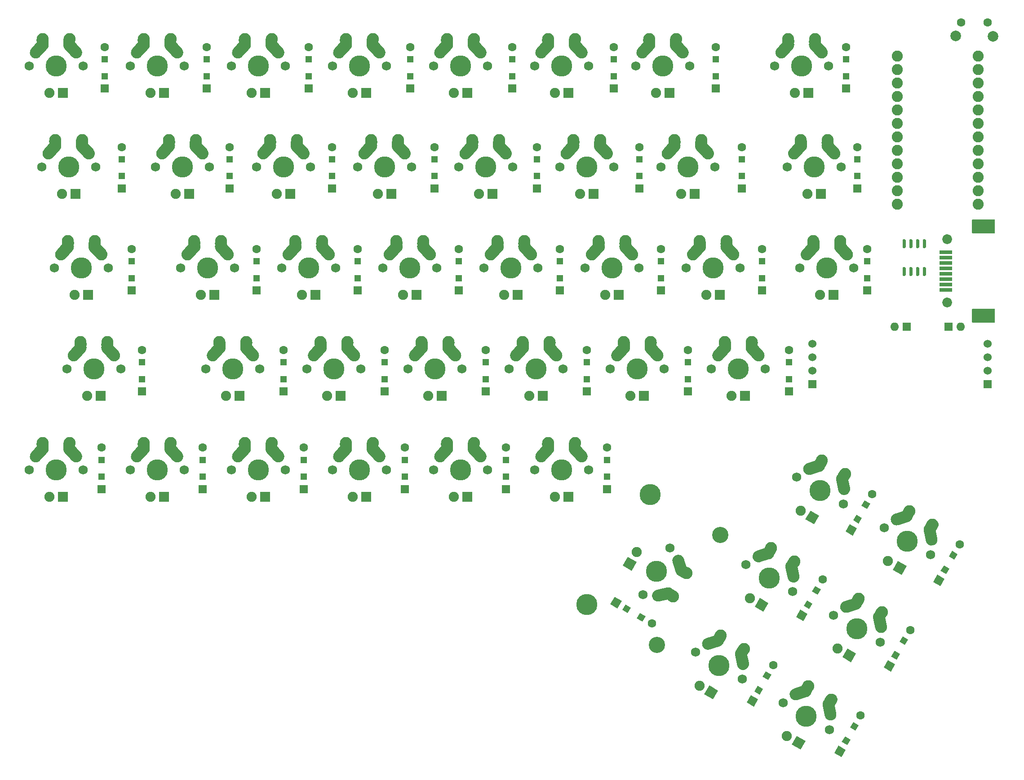
<source format=gbr>
G04 #@! TF.GenerationSoftware,KiCad,Pcbnew,(5.99.0-1941-g4629b701e)*
G04 #@! TF.CreationDate,2020-06-12T19:14:52+08:00*
G04 #@! TF.ProjectId,Keyboar-layout,4b657962-6f61-4722-9d6c-61796f75742e,rev?*
G04 #@! TF.SameCoordinates,Original*
G04 #@! TF.FileFunction,Soldermask,Top*
G04 #@! TF.FilePolarity,Negative*
%FSLAX46Y46*%
G04 Gerber Fmt 4.6, Leading zero omitted, Abs format (unit mm)*
G04 Created by KiCad (PCBNEW (5.99.0-1941-g4629b701e)) date 2020-06-12 19:14:52*
%MOMM*%
%LPD*%
G01*
G04 APERTURE LIST*
%ADD10C,1.524000*%
%ADD11R,1.524000X1.524000*%
%ADD12O,1.600000X1.600000*%
%ADD13R,1.600000X1.600000*%
%ADD14C,2.082800*%
%ADD15C,2.000000*%
%ADD16C,1.600000*%
%ADD17R,2.400000X0.700000*%
%ADD18C,1.850000*%
%ADD19C,2.250000*%
%ADD20C,1.750000*%
%ADD21C,1.905000*%
%ADD22C,3.987800*%
%ADD23R,1.905000X1.905000*%
%ADD24R,1.200000X1.200000*%
%ADD25C,3.048000*%
G04 APERTURE END LIST*
D10*
X205105000Y-81915000D03*
X205105000Y-84455000D03*
X205105000Y-86995000D03*
D11*
X205105000Y-89535000D03*
D12*
X200025000Y-78740000D03*
D13*
X189865000Y-78740000D03*
D12*
X187579000Y-78740000D03*
D13*
X197739000Y-78740000D03*
G36*
G01*
X193017000Y-67459000D02*
X193317000Y-67459000D01*
G75*
G02*
X193467000Y-67609000I0J-150000D01*
G01*
X193467000Y-68959000D01*
G75*
G02*
X193317000Y-69109000I-150000J0D01*
G01*
X193017000Y-69109000D01*
G75*
G02*
X192867000Y-68959000I0J150000D01*
G01*
X192867000Y-67609000D01*
G75*
G02*
X193017000Y-67459000I150000J0D01*
G01*
G37*
G36*
G01*
X191747000Y-67459000D02*
X192047000Y-67459000D01*
G75*
G02*
X192197000Y-67609000I0J-150000D01*
G01*
X192197000Y-68959000D01*
G75*
G02*
X192047000Y-69109000I-150000J0D01*
G01*
X191747000Y-69109000D01*
G75*
G02*
X191597000Y-68959000I0J150000D01*
G01*
X191597000Y-67609000D01*
G75*
G02*
X191747000Y-67459000I150000J0D01*
G01*
G37*
G36*
G01*
X190477000Y-67459000D02*
X190777000Y-67459000D01*
G75*
G02*
X190927000Y-67609000I0J-150000D01*
G01*
X190927000Y-68959000D01*
G75*
G02*
X190777000Y-69109000I-150000J0D01*
G01*
X190477000Y-69109000D01*
G75*
G02*
X190327000Y-68959000I0J150000D01*
G01*
X190327000Y-67609000D01*
G75*
G02*
X190477000Y-67459000I150000J0D01*
G01*
G37*
G36*
G01*
X189207000Y-67459000D02*
X189507000Y-67459000D01*
G75*
G02*
X189657000Y-67609000I0J-150000D01*
G01*
X189657000Y-68959000D01*
G75*
G02*
X189507000Y-69109000I-150000J0D01*
G01*
X189207000Y-69109000D01*
G75*
G02*
X189057000Y-68959000I0J150000D01*
G01*
X189057000Y-67609000D01*
G75*
G02*
X189207000Y-67459000I150000J0D01*
G01*
G37*
G36*
G01*
X189207000Y-62209000D02*
X189507000Y-62209000D01*
G75*
G02*
X189657000Y-62359000I0J-150000D01*
G01*
X189657000Y-63709000D01*
G75*
G02*
X189507000Y-63859000I-150000J0D01*
G01*
X189207000Y-63859000D01*
G75*
G02*
X189057000Y-63709000I0J150000D01*
G01*
X189057000Y-62359000D01*
G75*
G02*
X189207000Y-62209000I150000J0D01*
G01*
G37*
G36*
G01*
X190477000Y-62209000D02*
X190777000Y-62209000D01*
G75*
G02*
X190927000Y-62359000I0J-150000D01*
G01*
X190927000Y-63709000D01*
G75*
G02*
X190777000Y-63859000I-150000J0D01*
G01*
X190477000Y-63859000D01*
G75*
G02*
X190327000Y-63709000I0J150000D01*
G01*
X190327000Y-62359000D01*
G75*
G02*
X190477000Y-62209000I150000J0D01*
G01*
G37*
G36*
G01*
X191747000Y-62209000D02*
X192047000Y-62209000D01*
G75*
G02*
X192197000Y-62359000I0J-150000D01*
G01*
X192197000Y-63709000D01*
G75*
G02*
X192047000Y-63859000I-150000J0D01*
G01*
X191747000Y-63859000D01*
G75*
G02*
X191597000Y-63709000I0J150000D01*
G01*
X191597000Y-62359000D01*
G75*
G02*
X191747000Y-62209000I150000J0D01*
G01*
G37*
G36*
G01*
X193017000Y-62209000D02*
X193317000Y-62209000D01*
G75*
G02*
X193467000Y-62359000I0J-150000D01*
G01*
X193467000Y-63709000D01*
G75*
G02*
X193317000Y-63859000I-150000J0D01*
G01*
X193017000Y-63859000D01*
G75*
G02*
X192867000Y-63709000I0J150000D01*
G01*
X192867000Y-62359000D01*
G75*
G02*
X193017000Y-62209000I150000J0D01*
G01*
G37*
D14*
X203327000Y-27686000D03*
X203327000Y-30226000D03*
X203327000Y-32766000D03*
X203327000Y-35306000D03*
X203327000Y-37846000D03*
X203327000Y-40386000D03*
X203327000Y-42926000D03*
X203327000Y-45466000D03*
X203327000Y-48006000D03*
X203327000Y-50546000D03*
X203327000Y-53086000D03*
X203327000Y-55626000D03*
X188087000Y-55626000D03*
X188087000Y-53086000D03*
X188087000Y-50546000D03*
X188087000Y-48006000D03*
X188087000Y-45466000D03*
X188087000Y-42926000D03*
X188087000Y-40386000D03*
X188087000Y-37846000D03*
X188087000Y-35306000D03*
X188087000Y-32766000D03*
X188087000Y-30226000D03*
X188087000Y-27686000D03*
D10*
X172085000Y-81915000D03*
X172085000Y-84455000D03*
X172085000Y-86995000D03*
D11*
X172085000Y-89535000D03*
D15*
X206065000Y-23886000D03*
X199065000Y-23836000D03*
D16*
X205065000Y-21336000D03*
X200065000Y-21336000D03*
D17*
X197215000Y-71769000D03*
X197215000Y-70749000D03*
X197215000Y-69729000D03*
X197215000Y-68709000D03*
X197215000Y-67689000D03*
X197215000Y-66669000D03*
X197215000Y-65649000D03*
X197215000Y-64629000D03*
D18*
X197490000Y-74169000D03*
X197490000Y-62229000D03*
G36*
G01*
X206389000Y-61049000D02*
X202191000Y-61049000D01*
G75*
G02*
X202140000Y-60998000I0J51000D01*
G01*
X202140000Y-58550000D01*
G75*
G02*
X202191000Y-58499000I51000J0D01*
G01*
X206389000Y-58499000D01*
G75*
G02*
X206440000Y-58550000I0J-51000D01*
G01*
X206440000Y-60998000D01*
G75*
G02*
X206389000Y-61049000I-51000J0D01*
G01*
G37*
G36*
G01*
X206389000Y-77899000D02*
X202191000Y-77899000D01*
G75*
G02*
X202140000Y-77848000I0J51000D01*
G01*
X202140000Y-75400000D01*
G75*
G02*
X202191000Y-75349000I51000J0D01*
G01*
X206389000Y-75349000D01*
G75*
G02*
X206440000Y-75400000I0J-51000D01*
G01*
X206440000Y-77848000D01*
G75*
G02*
X206389000Y-77899000I-51000J0D01*
G01*
G37*
G36*
G01*
X202191000Y-58499000D02*
X206389000Y-58499000D01*
G75*
G02*
X206440000Y-58550000I0J-51000D01*
G01*
X206440000Y-60998000D01*
G75*
G02*
X206389000Y-61049000I-51000J0D01*
G01*
X202191000Y-61049000D01*
G75*
G02*
X202140000Y-60998000I0J51000D01*
G01*
X202140000Y-58550000D01*
G75*
G02*
X202191000Y-58499000I51000J0D01*
G01*
G37*
G36*
G01*
X202191000Y-75349000D02*
X206389000Y-75349000D01*
G75*
G02*
X206440000Y-75400000I0J-51000D01*
G01*
X206440000Y-77848000D01*
G75*
G02*
X206389000Y-77899000I-51000J0D01*
G01*
X202191000Y-77899000D01*
G75*
G02*
X202140000Y-77848000I0J51000D01*
G01*
X202140000Y-75400000D01*
G75*
G02*
X202191000Y-75349000I51000J0D01*
G01*
G37*
X197490000Y-74169000D03*
X197490000Y-62229000D03*
G36*
G01*
X174822774Y-45197259D02*
X174822774Y-45197260D01*
G75*
G02*
X173778990Y-43996524I78476J1122260D01*
G01*
X173819544Y-43416562D01*
G75*
G02*
X175020280Y-42372778I1122260J-78476D01*
G01*
X175020280Y-42372778D01*
G75*
G02*
X176064064Y-43573514I-78476J-1122260D01*
G01*
X176023510Y-44153476D01*
G75*
G02*
X174822774Y-45197260I-1122260J78476D01*
G01*
G37*
G36*
G01*
X169782220Y-42372779D02*
X169782220Y-42372778D01*
G75*
G02*
X170982956Y-43416562I78476J-1122260D01*
G01*
X171023510Y-43996524D01*
G75*
G02*
X169979726Y-45197260I-1122260J-78476D01*
G01*
X169979726Y-45197260D01*
G75*
G02*
X168778990Y-44153476I-78476J1122260D01*
G01*
X168738436Y-43573514D01*
G75*
G02*
X169782220Y-42372778I1122260J78476D01*
G01*
G37*
D19*
X174941250Y-43495000D03*
D20*
X167321250Y-48575000D03*
D19*
X169901250Y-44575000D03*
D21*
X171131250Y-53655000D03*
D19*
X174901250Y-44575000D03*
G36*
G01*
X167838478Y-46871038D02*
X167838478Y-46871038D01*
G75*
G02*
X167755212Y-45282228I752772J836038D01*
G01*
X169067750Y-43824508D01*
G75*
G02*
X170656560Y-43741242I836038J-752772D01*
G01*
X170656560Y-43741242D01*
G75*
G02*
X170739826Y-45330052I-752772J-836038D01*
G01*
X169427288Y-46787772D01*
G75*
G02*
X167838478Y-46871038I-836038J752772D01*
G01*
G37*
D22*
X172401250Y-48575000D03*
D19*
X169861250Y-43495000D03*
G36*
G01*
X174145940Y-43741242D02*
X174145940Y-43741242D01*
G75*
G02*
X175734750Y-43824508I752772J-836038D01*
G01*
X177047288Y-45282228D01*
G75*
G02*
X176964022Y-46871038I-836038J-752772D01*
G01*
X176964022Y-46871038D01*
G75*
G02*
X175375212Y-46787772I-752772J836038D01*
G01*
X174062674Y-45330052D01*
G75*
G02*
X174145940Y-43741242I836038J752772D01*
G01*
G37*
D20*
X177481250Y-48575000D03*
D23*
X173671250Y-53655000D03*
D19*
X160653750Y-81595000D03*
D23*
X159383750Y-91755000D03*
D19*
X155573750Y-81595000D03*
X160613750Y-82675000D03*
G36*
G01*
X160535274Y-83297259D02*
X160535274Y-83297260D01*
G75*
G02*
X159491490Y-82096524I78476J1122260D01*
G01*
X159532044Y-81516562D01*
G75*
G02*
X160732780Y-80472778I1122260J-78476D01*
G01*
X160732780Y-80472778D01*
G75*
G02*
X161776564Y-81673514I-78476J-1122260D01*
G01*
X161736010Y-82253476D01*
G75*
G02*
X160535274Y-83297260I-1122260J78476D01*
G01*
G37*
G36*
G01*
X155494720Y-80472779D02*
X155494720Y-80472778D01*
G75*
G02*
X156695456Y-81516562I78476J-1122260D01*
G01*
X156736010Y-82096524D01*
G75*
G02*
X155692226Y-83297260I-1122260J-78476D01*
G01*
X155692226Y-83297260D01*
G75*
G02*
X154491490Y-82253476I-78476J1122260D01*
G01*
X154450936Y-81673514D01*
G75*
G02*
X155494720Y-80472778I1122260J78476D01*
G01*
G37*
D21*
X156843750Y-91755000D03*
G36*
G01*
X153550978Y-84971038D02*
X153550978Y-84971038D01*
G75*
G02*
X153467712Y-83382228I752772J836038D01*
G01*
X154780250Y-81924508D01*
G75*
G02*
X156369060Y-81841242I836038J-752772D01*
G01*
X156369060Y-81841242D01*
G75*
G02*
X156452326Y-83430052I-752772J-836038D01*
G01*
X155139788Y-84887772D01*
G75*
G02*
X153550978Y-84971038I-836038J752772D01*
G01*
G37*
G36*
G01*
X159858440Y-81841242D02*
X159858440Y-81841242D01*
G75*
G02*
X161447250Y-81924508I752772J-836038D01*
G01*
X162759788Y-83382228D01*
G75*
G02*
X162676522Y-84971038I-836038J-752772D01*
G01*
X162676522Y-84971038D01*
G75*
G02*
X161087712Y-84887772I-752772J836038D01*
G01*
X159775174Y-83430052D01*
G75*
G02*
X159858440Y-81841242I836038J752772D01*
G01*
G37*
D19*
X155613750Y-82675000D03*
D20*
X163193750Y-86675000D03*
X153033750Y-86675000D03*
D22*
X158113750Y-86675000D03*
D19*
X185172276Y-132536737D03*
G36*
X177691284Y-141049194D02*
G01*
X178643784Y-139399416D01*
X180293562Y-140351916D01*
X179341062Y-142001694D01*
X177691284Y-141049194D01*
G37*
X180772866Y-129996737D03*
X184597635Y-133452044D03*
G36*
G01*
X184218543Y-133951699D02*
X184218543Y-133951699D01*
G75*
G02*
X183914968Y-132389940I629092J932667D01*
G01*
X184240070Y-131907956D01*
G75*
G02*
X185801829Y-131604381I932667J-629092D01*
G01*
X185801829Y-131604381D01*
G75*
G02*
X186105404Y-133166140I-629092J-932667D01*
G01*
X185780302Y-133648124D01*
G75*
G02*
X184218543Y-133951699I-932667J629092D01*
G01*
G37*
G36*
G01*
X181265534Y-128985349D02*
X181265535Y-128985349D01*
G75*
G02*
X181783510Y-130489660I-493168J-1011143D01*
G01*
X181528650Y-131012200D01*
G75*
G02*
X180024339Y-131530175I-1011143J493168D01*
G01*
X180024339Y-131530175D01*
G75*
G02*
X179506364Y-130025864I493168J1011143D01*
G01*
X179761224Y-129503324D01*
G75*
G02*
X181265535Y-128985349I1011143J-493168D01*
G01*
G37*
D21*
X176792719Y-139430555D03*
G36*
G01*
X177333075Y-131909085D02*
X177333075Y-131909085D01*
G75*
G02*
X178055370Y-130491502I1069939J347644D01*
G01*
X179920920Y-129885348D01*
G75*
G02*
X181338503Y-130607643I347644J-1069939D01*
G01*
X181338503Y-130607643D01*
G75*
G02*
X180616208Y-132025226I-1069939J-347644D01*
G01*
X178750658Y-132631380D01*
G75*
G02*
X177333075Y-131909085I-347644J1069939D01*
G01*
G37*
G36*
G01*
X184360397Y-132352333D02*
X184360397Y-132352333D01*
G75*
G02*
X185694714Y-133218848I233901J-1100416D01*
G01*
X186102544Y-135137540D01*
G75*
G02*
X185236029Y-136471857I-1100416J-233901D01*
G01*
X185236029Y-136471857D01*
G75*
G02*
X183901712Y-135605342I-233901J1100416D01*
G01*
X183493882Y-133686650D01*
G75*
G02*
X184360397Y-132352333I1100416J233901D01*
G01*
G37*
D19*
X180267507Y-130952044D03*
D20*
X184831980Y-138206146D03*
X176033162Y-133126146D03*
D22*
X180432571Y-135666146D03*
D19*
X117787500Y-62545000D03*
D23*
X116517500Y-72705000D03*
D19*
X112707500Y-62545000D03*
X117747500Y-63625000D03*
G36*
G01*
X117669024Y-64247259D02*
X117669024Y-64247260D01*
G75*
G02*
X116625240Y-63046524I78476J1122260D01*
G01*
X116665794Y-62466562D01*
G75*
G02*
X117866530Y-61422778I1122260J-78476D01*
G01*
X117866530Y-61422778D01*
G75*
G02*
X118910314Y-62623514I-78476J-1122260D01*
G01*
X118869760Y-63203476D01*
G75*
G02*
X117669024Y-64247260I-1122260J78476D01*
G01*
G37*
G36*
G01*
X112628470Y-61422779D02*
X112628470Y-61422778D01*
G75*
G02*
X113829206Y-62466562I78476J-1122260D01*
G01*
X113869760Y-63046524D01*
G75*
G02*
X112825976Y-64247260I-1122260J-78476D01*
G01*
X112825976Y-64247260D01*
G75*
G02*
X111625240Y-63203476I-78476J1122260D01*
G01*
X111584686Y-62623514D01*
G75*
G02*
X112628470Y-61422778I1122260J78476D01*
G01*
G37*
D21*
X113977500Y-72705000D03*
G36*
G01*
X110684728Y-65921038D02*
X110684728Y-65921038D01*
G75*
G02*
X110601462Y-64332228I752772J836038D01*
G01*
X111914000Y-62874508D01*
G75*
G02*
X113502810Y-62791242I836038J-752772D01*
G01*
X113502810Y-62791242D01*
G75*
G02*
X113586076Y-64380052I-752772J-836038D01*
G01*
X112273538Y-65837772D01*
G75*
G02*
X110684728Y-65921038I-836038J752772D01*
G01*
G37*
G36*
G01*
X116992190Y-62791242D02*
X116992190Y-62791242D01*
G75*
G02*
X118581000Y-62874508I752772J-836038D01*
G01*
X119893538Y-64332228D01*
G75*
G02*
X119810272Y-65921038I-836038J-752772D01*
G01*
X119810272Y-65921038D01*
G75*
G02*
X118221462Y-65837772I-752772J836038D01*
G01*
X116908924Y-64380052D01*
G75*
G02*
X116992190Y-62791242I836038J752772D01*
G01*
G37*
D19*
X112747500Y-63625000D03*
D20*
X120327500Y-67625000D03*
X110167500Y-67625000D03*
D22*
X115247500Y-67625000D03*
D19*
X136837500Y-62545000D03*
D23*
X135567500Y-72705000D03*
D19*
X131757500Y-62545000D03*
X136797500Y-63625000D03*
G36*
G01*
X136719024Y-64247259D02*
X136719024Y-64247260D01*
G75*
G02*
X135675240Y-63046524I78476J1122260D01*
G01*
X135715794Y-62466562D01*
G75*
G02*
X136916530Y-61422778I1122260J-78476D01*
G01*
X136916530Y-61422778D01*
G75*
G02*
X137960314Y-62623514I-78476J-1122260D01*
G01*
X137919760Y-63203476D01*
G75*
G02*
X136719024Y-64247260I-1122260J78476D01*
G01*
G37*
G36*
G01*
X131678470Y-61422779D02*
X131678470Y-61422778D01*
G75*
G02*
X132879206Y-62466562I78476J-1122260D01*
G01*
X132919760Y-63046524D01*
G75*
G02*
X131875976Y-64247260I-1122260J-78476D01*
G01*
X131875976Y-64247260D01*
G75*
G02*
X130675240Y-63203476I-78476J1122260D01*
G01*
X130634686Y-62623514D01*
G75*
G02*
X131678470Y-61422778I1122260J78476D01*
G01*
G37*
D21*
X133027500Y-72705000D03*
G36*
G01*
X129734728Y-65921038D02*
X129734728Y-65921038D01*
G75*
G02*
X129651462Y-64332228I752772J836038D01*
G01*
X130964000Y-62874508D01*
G75*
G02*
X132552810Y-62791242I836038J-752772D01*
G01*
X132552810Y-62791242D01*
G75*
G02*
X132636076Y-64380052I-752772J-836038D01*
G01*
X131323538Y-65837772D01*
G75*
G02*
X129734728Y-65921038I-836038J752772D01*
G01*
G37*
G36*
G01*
X136042190Y-62791242D02*
X136042190Y-62791242D01*
G75*
G02*
X137631000Y-62874508I752772J-836038D01*
G01*
X138943538Y-64332228D01*
G75*
G02*
X138860272Y-65921038I-836038J-752772D01*
G01*
X138860272Y-65921038D01*
G75*
G02*
X137271462Y-65837772I-752772J836038D01*
G01*
X135958924Y-64380052D01*
G75*
G02*
X136042190Y-62791242I836038J752772D01*
G01*
G37*
D19*
X131797500Y-63625000D03*
D20*
X139377500Y-67625000D03*
X129217500Y-67625000D03*
D22*
X134297500Y-67625000D03*
D19*
X60637500Y-62545000D03*
D23*
X59367500Y-72705000D03*
D19*
X55557500Y-62545000D03*
X60597500Y-63625000D03*
G36*
G01*
X60519024Y-64247259D02*
X60519024Y-64247260D01*
G75*
G02*
X59475240Y-63046524I78476J1122260D01*
G01*
X59515794Y-62466562D01*
G75*
G02*
X60716530Y-61422778I1122260J-78476D01*
G01*
X60716530Y-61422778D01*
G75*
G02*
X61760314Y-62623514I-78476J-1122260D01*
G01*
X61719760Y-63203476D01*
G75*
G02*
X60519024Y-64247260I-1122260J78476D01*
G01*
G37*
G36*
G01*
X55478470Y-61422779D02*
X55478470Y-61422778D01*
G75*
G02*
X56679206Y-62466562I78476J-1122260D01*
G01*
X56719760Y-63046524D01*
G75*
G02*
X55675976Y-64247260I-1122260J-78476D01*
G01*
X55675976Y-64247260D01*
G75*
G02*
X54475240Y-63203476I-78476J1122260D01*
G01*
X54434686Y-62623514D01*
G75*
G02*
X55478470Y-61422778I1122260J78476D01*
G01*
G37*
D21*
X56827500Y-72705000D03*
G36*
G01*
X53534728Y-65921038D02*
X53534728Y-65921038D01*
G75*
G02*
X53451462Y-64332228I752772J836038D01*
G01*
X54764000Y-62874508D01*
G75*
G02*
X56352810Y-62791242I836038J-752772D01*
G01*
X56352810Y-62791242D01*
G75*
G02*
X56436076Y-64380052I-752772J-836038D01*
G01*
X55123538Y-65837772D01*
G75*
G02*
X53534728Y-65921038I-836038J752772D01*
G01*
G37*
G36*
G01*
X59842190Y-62791242D02*
X59842190Y-62791242D01*
G75*
G02*
X61431000Y-62874508I752772J-836038D01*
G01*
X62743538Y-64332228D01*
G75*
G02*
X62660272Y-65921038I-836038J-752772D01*
G01*
X62660272Y-65921038D01*
G75*
G02*
X61071462Y-65837772I-752772J836038D01*
G01*
X59758924Y-64380052D01*
G75*
G02*
X59842190Y-62791242I836038J752772D01*
G01*
G37*
D19*
X55597500Y-63625000D03*
D20*
X63177500Y-67625000D03*
X53017500Y-67625000D03*
D22*
X58097500Y-67625000D03*
D19*
X89215000Y-24445000D03*
D23*
X87945000Y-34605000D03*
D19*
X84135000Y-24445000D03*
X89175000Y-25525000D03*
G36*
G01*
X89096524Y-26147259D02*
X89096524Y-26147260D01*
G75*
G02*
X88052740Y-24946524I78476J1122260D01*
G01*
X88093294Y-24366562D01*
G75*
G02*
X89294030Y-23322778I1122260J-78476D01*
G01*
X89294030Y-23322778D01*
G75*
G02*
X90337814Y-24523514I-78476J-1122260D01*
G01*
X90297260Y-25103476D01*
G75*
G02*
X89096524Y-26147260I-1122260J78476D01*
G01*
G37*
G36*
G01*
X84055970Y-23322779D02*
X84055970Y-23322778D01*
G75*
G02*
X85256706Y-24366562I78476J-1122260D01*
G01*
X85297260Y-24946524D01*
G75*
G02*
X84253476Y-26147260I-1122260J-78476D01*
G01*
X84253476Y-26147260D01*
G75*
G02*
X83052740Y-25103476I-78476J1122260D01*
G01*
X83012186Y-24523514D01*
G75*
G02*
X84055970Y-23322778I1122260J78476D01*
G01*
G37*
D21*
X85405000Y-34605000D03*
G36*
G01*
X82112228Y-27821038D02*
X82112228Y-27821038D01*
G75*
G02*
X82028962Y-26232228I752772J836038D01*
G01*
X83341500Y-24774508D01*
G75*
G02*
X84930310Y-24691242I836038J-752772D01*
G01*
X84930310Y-24691242D01*
G75*
G02*
X85013576Y-26280052I-752772J-836038D01*
G01*
X83701038Y-27737772D01*
G75*
G02*
X82112228Y-27821038I-836038J752772D01*
G01*
G37*
G36*
G01*
X88419690Y-24691242D02*
X88419690Y-24691242D01*
G75*
G02*
X90008500Y-24774508I752772J-836038D01*
G01*
X91321038Y-26232228D01*
G75*
G02*
X91237772Y-27821038I-836038J-752772D01*
G01*
X91237772Y-27821038D01*
G75*
G02*
X89648962Y-27737772I-752772J836038D01*
G01*
X88336424Y-26280052D01*
G75*
G02*
X88419690Y-24691242I836038J752772D01*
G01*
G37*
D19*
X84175000Y-25525000D03*
D20*
X91755000Y-29525000D03*
X81595000Y-29525000D03*
D22*
X86675000Y-29525000D03*
D19*
X51115000Y-100645000D03*
D23*
X49845000Y-110805000D03*
D19*
X46035000Y-100645000D03*
X51075000Y-101725000D03*
G36*
G01*
X50996524Y-102347259D02*
X50996524Y-102347260D01*
G75*
G02*
X49952740Y-101146524I78476J1122260D01*
G01*
X49993294Y-100566562D01*
G75*
G02*
X51194030Y-99522778I1122260J-78476D01*
G01*
X51194030Y-99522778D01*
G75*
G02*
X52237814Y-100723514I-78476J-1122260D01*
G01*
X52197260Y-101303476D01*
G75*
G02*
X50996524Y-102347260I-1122260J78476D01*
G01*
G37*
G36*
G01*
X45955970Y-99522779D02*
X45955970Y-99522778D01*
G75*
G02*
X47156706Y-100566562I78476J-1122260D01*
G01*
X47197260Y-101146524D01*
G75*
G02*
X46153476Y-102347260I-1122260J-78476D01*
G01*
X46153476Y-102347260D01*
G75*
G02*
X44952740Y-101303476I-78476J1122260D01*
G01*
X44912186Y-100723514D01*
G75*
G02*
X45955970Y-99522778I1122260J78476D01*
G01*
G37*
D21*
X47305000Y-110805000D03*
G36*
G01*
X44012228Y-104021038D02*
X44012228Y-104021038D01*
G75*
G02*
X43928962Y-102432228I752772J836038D01*
G01*
X45241500Y-100974508D01*
G75*
G02*
X46830310Y-100891242I836038J-752772D01*
G01*
X46830310Y-100891242D01*
G75*
G02*
X46913576Y-102480052I-752772J-836038D01*
G01*
X45601038Y-103937772D01*
G75*
G02*
X44012228Y-104021038I-836038J752772D01*
G01*
G37*
G36*
G01*
X50319690Y-100891242D02*
X50319690Y-100891242D01*
G75*
G02*
X51908500Y-100974508I752772J-836038D01*
G01*
X53221038Y-102432228D01*
G75*
G02*
X53137772Y-104021038I-836038J-752772D01*
G01*
X53137772Y-104021038D01*
G75*
G02*
X51548962Y-103937772I-752772J836038D01*
G01*
X50236424Y-102480052D01*
G75*
G02*
X50319690Y-100891242I836038J752772D01*
G01*
G37*
D19*
X46075000Y-101725000D03*
D20*
X53655000Y-105725000D03*
X43495000Y-105725000D03*
D22*
X48575000Y-105725000D03*
D19*
X70165000Y-24445000D03*
D23*
X68895000Y-34605000D03*
D19*
X65085000Y-24445000D03*
X70125000Y-25525000D03*
G36*
G01*
X70046524Y-26147259D02*
X70046524Y-26147260D01*
G75*
G02*
X69002740Y-24946524I78476J1122260D01*
G01*
X69043294Y-24366562D01*
G75*
G02*
X70244030Y-23322778I1122260J-78476D01*
G01*
X70244030Y-23322778D01*
G75*
G02*
X71287814Y-24523514I-78476J-1122260D01*
G01*
X71247260Y-25103476D01*
G75*
G02*
X70046524Y-26147260I-1122260J78476D01*
G01*
G37*
G36*
G01*
X65005970Y-23322779D02*
X65005970Y-23322778D01*
G75*
G02*
X66206706Y-24366562I78476J-1122260D01*
G01*
X66247260Y-24946524D01*
G75*
G02*
X65203476Y-26147260I-1122260J-78476D01*
G01*
X65203476Y-26147260D01*
G75*
G02*
X64002740Y-25103476I-78476J1122260D01*
G01*
X63962186Y-24523514D01*
G75*
G02*
X65005970Y-23322778I1122260J78476D01*
G01*
G37*
D21*
X66355000Y-34605000D03*
G36*
G01*
X63062228Y-27821038D02*
X63062228Y-27821038D01*
G75*
G02*
X62978962Y-26232228I752772J836038D01*
G01*
X64291500Y-24774508D01*
G75*
G02*
X65880310Y-24691242I836038J-752772D01*
G01*
X65880310Y-24691242D01*
G75*
G02*
X65963576Y-26280052I-752772J-836038D01*
G01*
X64651038Y-27737772D01*
G75*
G02*
X63062228Y-27821038I-836038J752772D01*
G01*
G37*
G36*
G01*
X69369690Y-24691242D02*
X69369690Y-24691242D01*
G75*
G02*
X70958500Y-24774508I752772J-836038D01*
G01*
X72271038Y-26232228D01*
G75*
G02*
X72187772Y-27821038I-836038J-752772D01*
G01*
X72187772Y-27821038D01*
G75*
G02*
X70598962Y-27737772I-752772J836038D01*
G01*
X69286424Y-26280052D01*
G75*
G02*
X69369690Y-24691242I836038J752772D01*
G01*
G37*
D19*
X65125000Y-25525000D03*
D20*
X72705000Y-29525000D03*
X62545000Y-29525000D03*
D22*
X67625000Y-29525000D03*
D19*
X151126250Y-43495000D03*
D23*
X149856250Y-53655000D03*
D19*
X146046250Y-43495000D03*
X151086250Y-44575000D03*
G36*
G01*
X151007774Y-45197259D02*
X151007774Y-45197260D01*
G75*
G02*
X149963990Y-43996524I78476J1122260D01*
G01*
X150004544Y-43416562D01*
G75*
G02*
X151205280Y-42372778I1122260J-78476D01*
G01*
X151205280Y-42372778D01*
G75*
G02*
X152249064Y-43573514I-78476J-1122260D01*
G01*
X152208510Y-44153476D01*
G75*
G02*
X151007774Y-45197260I-1122260J78476D01*
G01*
G37*
G36*
G01*
X145967220Y-42372779D02*
X145967220Y-42372778D01*
G75*
G02*
X147167956Y-43416562I78476J-1122260D01*
G01*
X147208510Y-43996524D01*
G75*
G02*
X146164726Y-45197260I-1122260J-78476D01*
G01*
X146164726Y-45197260D01*
G75*
G02*
X144963990Y-44153476I-78476J1122260D01*
G01*
X144923436Y-43573514D01*
G75*
G02*
X145967220Y-42372778I1122260J78476D01*
G01*
G37*
D21*
X147316250Y-53655000D03*
G36*
G01*
X144023478Y-46871038D02*
X144023478Y-46871038D01*
G75*
G02*
X143940212Y-45282228I752772J836038D01*
G01*
X145252750Y-43824508D01*
G75*
G02*
X146841560Y-43741242I836038J-752772D01*
G01*
X146841560Y-43741242D01*
G75*
G02*
X146924826Y-45330052I-752772J-836038D01*
G01*
X145612288Y-46787772D01*
G75*
G02*
X144023478Y-46871038I-836038J752772D01*
G01*
G37*
G36*
G01*
X150330940Y-43741242D02*
X150330940Y-43741242D01*
G75*
G02*
X151919750Y-43824508I752772J-836038D01*
G01*
X153232288Y-45282228D01*
G75*
G02*
X153149022Y-46871038I-836038J-752772D01*
G01*
X153149022Y-46871038D01*
G75*
G02*
X151560212Y-46787772I-752772J836038D01*
G01*
X150247674Y-45330052D01*
G75*
G02*
X150330940Y-43741242I836038J752772D01*
G01*
G37*
D19*
X146086250Y-44575000D03*
D20*
X153666250Y-48575000D03*
X143506250Y-48575000D03*
D22*
X148586250Y-48575000D03*
D19*
X70165000Y-100645000D03*
D23*
X68895000Y-110805000D03*
D19*
X65085000Y-100645000D03*
X70125000Y-101725000D03*
G36*
G01*
X70046524Y-102347259D02*
X70046524Y-102347260D01*
G75*
G02*
X69002740Y-101146524I78476J1122260D01*
G01*
X69043294Y-100566562D01*
G75*
G02*
X70244030Y-99522778I1122260J-78476D01*
G01*
X70244030Y-99522778D01*
G75*
G02*
X71287814Y-100723514I-78476J-1122260D01*
G01*
X71247260Y-101303476D01*
G75*
G02*
X70046524Y-102347260I-1122260J78476D01*
G01*
G37*
G36*
G01*
X65005970Y-99522779D02*
X65005970Y-99522778D01*
G75*
G02*
X66206706Y-100566562I78476J-1122260D01*
G01*
X66247260Y-101146524D01*
G75*
G02*
X65203476Y-102347260I-1122260J-78476D01*
G01*
X65203476Y-102347260D01*
G75*
G02*
X64002740Y-101303476I-78476J1122260D01*
G01*
X63962186Y-100723514D01*
G75*
G02*
X65005970Y-99522778I1122260J78476D01*
G01*
G37*
D21*
X66355000Y-110805000D03*
G36*
G01*
X63062228Y-104021038D02*
X63062228Y-104021038D01*
G75*
G02*
X62978962Y-102432228I752772J836038D01*
G01*
X64291500Y-100974508D01*
G75*
G02*
X65880310Y-100891242I836038J-752772D01*
G01*
X65880310Y-100891242D01*
G75*
G02*
X65963576Y-102480052I-752772J-836038D01*
G01*
X64651038Y-103937772D01*
G75*
G02*
X63062228Y-104021038I-836038J752772D01*
G01*
G37*
G36*
G01*
X69369690Y-100891242D02*
X69369690Y-100891242D01*
G75*
G02*
X70958500Y-100974508I752772J-836038D01*
G01*
X72271038Y-102432228D01*
G75*
G02*
X72187772Y-104021038I-836038J-752772D01*
G01*
X72187772Y-104021038D01*
G75*
G02*
X70598962Y-103937772I-752772J836038D01*
G01*
X69286424Y-102480052D01*
G75*
G02*
X69369690Y-100891242I836038J752772D01*
G01*
G37*
D19*
X65125000Y-101725000D03*
D20*
X72705000Y-105725000D03*
X62545000Y-105725000D03*
D22*
X67625000Y-105725000D03*
D19*
X108265000Y-24445000D03*
D23*
X106995000Y-34605000D03*
D19*
X103185000Y-24445000D03*
X108225000Y-25525000D03*
G36*
G01*
X108146524Y-26147259D02*
X108146524Y-26147260D01*
G75*
G02*
X107102740Y-24946524I78476J1122260D01*
G01*
X107143294Y-24366562D01*
G75*
G02*
X108344030Y-23322778I1122260J-78476D01*
G01*
X108344030Y-23322778D01*
G75*
G02*
X109387814Y-24523514I-78476J-1122260D01*
G01*
X109347260Y-25103476D01*
G75*
G02*
X108146524Y-26147260I-1122260J78476D01*
G01*
G37*
G36*
G01*
X103105970Y-23322779D02*
X103105970Y-23322778D01*
G75*
G02*
X104306706Y-24366562I78476J-1122260D01*
G01*
X104347260Y-24946524D01*
G75*
G02*
X103303476Y-26147260I-1122260J-78476D01*
G01*
X103303476Y-26147260D01*
G75*
G02*
X102102740Y-25103476I-78476J1122260D01*
G01*
X102062186Y-24523514D01*
G75*
G02*
X103105970Y-23322778I1122260J78476D01*
G01*
G37*
D21*
X104455000Y-34605000D03*
G36*
G01*
X101162228Y-27821038D02*
X101162228Y-27821038D01*
G75*
G02*
X101078962Y-26232228I752772J836038D01*
G01*
X102391500Y-24774508D01*
G75*
G02*
X103980310Y-24691242I836038J-752772D01*
G01*
X103980310Y-24691242D01*
G75*
G02*
X104063576Y-26280052I-752772J-836038D01*
G01*
X102751038Y-27737772D01*
G75*
G02*
X101162228Y-27821038I-836038J752772D01*
G01*
G37*
G36*
G01*
X107469690Y-24691242D02*
X107469690Y-24691242D01*
G75*
G02*
X109058500Y-24774508I752772J-836038D01*
G01*
X110371038Y-26232228D01*
G75*
G02*
X110287772Y-27821038I-836038J-752772D01*
G01*
X110287772Y-27821038D01*
G75*
G02*
X108698962Y-27737772I-752772J836038D01*
G01*
X107386424Y-26280052D01*
G75*
G02*
X107469690Y-24691242I836038J752772D01*
G01*
G37*
D19*
X103225000Y-25525000D03*
D20*
X110805000Y-29525000D03*
X100645000Y-29525000D03*
D22*
X105725000Y-29525000D03*
D19*
X32065000Y-24445000D03*
D23*
X30795000Y-34605000D03*
D19*
X26985000Y-24445000D03*
X32025000Y-25525000D03*
G36*
G01*
X31946524Y-26147259D02*
X31946524Y-26147260D01*
G75*
G02*
X30902740Y-24946524I78476J1122260D01*
G01*
X30943294Y-24366562D01*
G75*
G02*
X32144030Y-23322778I1122260J-78476D01*
G01*
X32144030Y-23322778D01*
G75*
G02*
X33187814Y-24523514I-78476J-1122260D01*
G01*
X33147260Y-25103476D01*
G75*
G02*
X31946524Y-26147260I-1122260J78476D01*
G01*
G37*
G36*
G01*
X26905970Y-23322779D02*
X26905970Y-23322778D01*
G75*
G02*
X28106706Y-24366562I78476J-1122260D01*
G01*
X28147260Y-24946524D01*
G75*
G02*
X27103476Y-26147260I-1122260J-78476D01*
G01*
X27103476Y-26147260D01*
G75*
G02*
X25902740Y-25103476I-78476J1122260D01*
G01*
X25862186Y-24523514D01*
G75*
G02*
X26905970Y-23322778I1122260J78476D01*
G01*
G37*
D21*
X28255000Y-34605000D03*
G36*
G01*
X24962228Y-27821038D02*
X24962228Y-27821038D01*
G75*
G02*
X24878962Y-26232228I752772J836038D01*
G01*
X26191500Y-24774508D01*
G75*
G02*
X27780310Y-24691242I836038J-752772D01*
G01*
X27780310Y-24691242D01*
G75*
G02*
X27863576Y-26280052I-752772J-836038D01*
G01*
X26551038Y-27737772D01*
G75*
G02*
X24962228Y-27821038I-836038J752772D01*
G01*
G37*
G36*
G01*
X31269690Y-24691242D02*
X31269690Y-24691242D01*
G75*
G02*
X32858500Y-24774508I752772J-836038D01*
G01*
X34171038Y-26232228D01*
G75*
G02*
X34087772Y-27821038I-836038J-752772D01*
G01*
X34087772Y-27821038D01*
G75*
G02*
X32498962Y-27737772I-752772J836038D01*
G01*
X31186424Y-26280052D01*
G75*
G02*
X31269690Y-24691242I836038J752772D01*
G01*
G37*
D19*
X27025000Y-25525000D03*
D20*
X34605000Y-29525000D03*
X24445000Y-29525000D03*
D22*
X29525000Y-29525000D03*
D19*
X159149492Y-139509521D03*
G36*
X151668500Y-148021978D02*
G01*
X152621000Y-146372200D01*
X154270778Y-147324700D01*
X153318278Y-148974478D01*
X151668500Y-148021978D01*
G37*
X154750082Y-136969521D03*
X158574851Y-140424828D03*
G36*
G01*
X158195759Y-140924483D02*
X158195759Y-140924483D01*
G75*
G02*
X157892184Y-139362724I629092J932667D01*
G01*
X158217286Y-138880740D01*
G75*
G02*
X159779045Y-138577165I932667J-629092D01*
G01*
X159779045Y-138577165D01*
G75*
G02*
X160082620Y-140138924I-629092J-932667D01*
G01*
X159757518Y-140620908D01*
G75*
G02*
X158195759Y-140924483I-932667J629092D01*
G01*
G37*
G36*
G01*
X155242750Y-135958133D02*
X155242751Y-135958133D01*
G75*
G02*
X155760726Y-137462444I-493168J-1011143D01*
G01*
X155505866Y-137984984D01*
G75*
G02*
X154001555Y-138502959I-1011143J493168D01*
G01*
X154001555Y-138502959D01*
G75*
G02*
X153483580Y-136998648I493168J1011143D01*
G01*
X153738440Y-136476108D01*
G75*
G02*
X155242751Y-135958133I1011143J-493168D01*
G01*
G37*
D21*
X150769935Y-146403339D03*
G36*
G01*
X151310291Y-138881869D02*
X151310291Y-138881869D01*
G75*
G02*
X152032586Y-137464286I1069939J347644D01*
G01*
X153898136Y-136858132D01*
G75*
G02*
X155315719Y-137580427I347644J-1069939D01*
G01*
X155315719Y-137580427D01*
G75*
G02*
X154593424Y-138998010I-1069939J-347644D01*
G01*
X152727874Y-139604164D01*
G75*
G02*
X151310291Y-138881869I-347644J1069939D01*
G01*
G37*
G36*
G01*
X158337613Y-139325117D02*
X158337613Y-139325117D01*
G75*
G02*
X159671930Y-140191632I233901J-1100416D01*
G01*
X160079760Y-142110324D01*
G75*
G02*
X159213245Y-143444641I-1100416J-233901D01*
G01*
X159213245Y-143444641D01*
G75*
G02*
X157878928Y-142578126I-233901J1100416D01*
G01*
X157471098Y-140659434D01*
G75*
G02*
X158337613Y-139325117I1100416J233901D01*
G01*
G37*
D19*
X154244723Y-137924828D03*
D20*
X158809196Y-145178930D03*
X150010378Y-140098930D03*
D22*
X154409787Y-142638930D03*
D19*
X155892500Y-62545000D03*
D23*
X154622500Y-72705000D03*
D19*
X150812500Y-62545000D03*
X155852500Y-63625000D03*
G36*
G01*
X155774024Y-64247259D02*
X155774024Y-64247260D01*
G75*
G02*
X154730240Y-63046524I78476J1122260D01*
G01*
X154770794Y-62466562D01*
G75*
G02*
X155971530Y-61422778I1122260J-78476D01*
G01*
X155971530Y-61422778D01*
G75*
G02*
X157015314Y-62623514I-78476J-1122260D01*
G01*
X156974760Y-63203476D01*
G75*
G02*
X155774024Y-64247260I-1122260J78476D01*
G01*
G37*
G36*
G01*
X150733470Y-61422779D02*
X150733470Y-61422778D01*
G75*
G02*
X151934206Y-62466562I78476J-1122260D01*
G01*
X151974760Y-63046524D01*
G75*
G02*
X150930976Y-64247260I-1122260J-78476D01*
G01*
X150930976Y-64247260D01*
G75*
G02*
X149730240Y-63203476I-78476J1122260D01*
G01*
X149689686Y-62623514D01*
G75*
G02*
X150733470Y-61422778I1122260J78476D01*
G01*
G37*
D21*
X152082500Y-72705000D03*
G36*
G01*
X148789728Y-65921038D02*
X148789728Y-65921038D01*
G75*
G02*
X148706462Y-64332228I752772J836038D01*
G01*
X150019000Y-62874508D01*
G75*
G02*
X151607810Y-62791242I836038J-752772D01*
G01*
X151607810Y-62791242D01*
G75*
G02*
X151691076Y-64380052I-752772J-836038D01*
G01*
X150378538Y-65837772D01*
G75*
G02*
X148789728Y-65921038I-836038J752772D01*
G01*
G37*
G36*
G01*
X155097190Y-62791242D02*
X155097190Y-62791242D01*
G75*
G02*
X156686000Y-62874508I752772J-836038D01*
G01*
X157998538Y-64332228D01*
G75*
G02*
X157915272Y-65921038I-836038J-752772D01*
G01*
X157915272Y-65921038D01*
G75*
G02*
X156326462Y-65837772I-752772J836038D01*
G01*
X155013924Y-64380052D01*
G75*
G02*
X155097190Y-62791242I836038J752772D01*
G01*
G37*
D19*
X150852500Y-63625000D03*
D20*
X158432500Y-67625000D03*
X148272500Y-67625000D03*
D22*
X153352500Y-67625000D03*
D19*
X32065000Y-100645000D03*
D23*
X30795000Y-110805000D03*
D19*
X26985000Y-100645000D03*
X32025000Y-101725000D03*
G36*
G01*
X31946524Y-102347259D02*
X31946524Y-102347260D01*
G75*
G02*
X30902740Y-101146524I78476J1122260D01*
G01*
X30943294Y-100566562D01*
G75*
G02*
X32144030Y-99522778I1122260J-78476D01*
G01*
X32144030Y-99522778D01*
G75*
G02*
X33187814Y-100723514I-78476J-1122260D01*
G01*
X33147260Y-101303476D01*
G75*
G02*
X31946524Y-102347260I-1122260J78476D01*
G01*
G37*
G36*
G01*
X26905970Y-99522779D02*
X26905970Y-99522778D01*
G75*
G02*
X28106706Y-100566562I78476J-1122260D01*
G01*
X28147260Y-101146524D01*
G75*
G02*
X27103476Y-102347260I-1122260J-78476D01*
G01*
X27103476Y-102347260D01*
G75*
G02*
X25902740Y-101303476I-78476J1122260D01*
G01*
X25862186Y-100723514D01*
G75*
G02*
X26905970Y-99522778I1122260J78476D01*
G01*
G37*
D21*
X28255000Y-110805000D03*
G36*
G01*
X24962228Y-104021038D02*
X24962228Y-104021038D01*
G75*
G02*
X24878962Y-102432228I752772J836038D01*
G01*
X26191500Y-100974508D01*
G75*
G02*
X27780310Y-100891242I836038J-752772D01*
G01*
X27780310Y-100891242D01*
G75*
G02*
X27863576Y-102480052I-752772J-836038D01*
G01*
X26551038Y-103937772D01*
G75*
G02*
X24962228Y-104021038I-836038J752772D01*
G01*
G37*
G36*
G01*
X31269690Y-100891242D02*
X31269690Y-100891242D01*
G75*
G02*
X32858500Y-100974508I752772J-836038D01*
G01*
X34171038Y-102432228D01*
G75*
G02*
X34087772Y-104021038I-836038J-752772D01*
G01*
X34087772Y-104021038D01*
G75*
G02*
X32498962Y-103937772I-752772J836038D01*
G01*
X31186424Y-102480052D01*
G75*
G02*
X31269690Y-100891242I836038J752772D01*
G01*
G37*
D19*
X27025000Y-101725000D03*
D20*
X34605000Y-105725000D03*
X24445000Y-105725000D03*
D22*
X29525000Y-105725000D03*
D19*
X178199492Y-106513953D03*
G36*
X170718500Y-115026410D02*
G01*
X171671000Y-113376632D01*
X173320778Y-114329132D01*
X172368278Y-115978910D01*
X170718500Y-115026410D01*
G37*
X173800082Y-103973953D03*
X177624851Y-107429260D03*
G36*
G01*
X177245759Y-107928915D02*
X177245759Y-107928915D01*
G75*
G02*
X176942184Y-106367156I629092J932667D01*
G01*
X177267286Y-105885172D01*
G75*
G02*
X178829045Y-105581597I932667J-629092D01*
G01*
X178829045Y-105581597D01*
G75*
G02*
X179132620Y-107143356I-629092J-932667D01*
G01*
X178807518Y-107625340D01*
G75*
G02*
X177245759Y-107928915I-932667J629092D01*
G01*
G37*
G36*
G01*
X174292750Y-102962565D02*
X174292751Y-102962565D01*
G75*
G02*
X174810726Y-104466876I-493168J-1011143D01*
G01*
X174555866Y-104989416D01*
G75*
G02*
X173051555Y-105507391I-1011143J493168D01*
G01*
X173051555Y-105507391D01*
G75*
G02*
X172533580Y-104003080I493168J1011143D01*
G01*
X172788440Y-103480540D01*
G75*
G02*
X174292751Y-102962565I1011143J-493168D01*
G01*
G37*
D21*
X169819935Y-113407771D03*
G36*
G01*
X170360291Y-105886301D02*
X170360291Y-105886301D01*
G75*
G02*
X171082586Y-104468718I1069939J347644D01*
G01*
X172948136Y-103862564D01*
G75*
G02*
X174365719Y-104584859I347644J-1069939D01*
G01*
X174365719Y-104584859D01*
G75*
G02*
X173643424Y-106002442I-1069939J-347644D01*
G01*
X171777874Y-106608596D01*
G75*
G02*
X170360291Y-105886301I-347644J1069939D01*
G01*
G37*
G36*
G01*
X177387613Y-106329549D02*
X177387613Y-106329549D01*
G75*
G02*
X178721930Y-107196064I233901J-1100416D01*
G01*
X179129760Y-109114756D01*
G75*
G02*
X178263245Y-110449073I-1100416J-233901D01*
G01*
X178263245Y-110449073D01*
G75*
G02*
X176928928Y-109582558I-233901J1100416D01*
G01*
X176521098Y-107663866D01*
G75*
G02*
X177387613Y-106329549I1100416J233901D01*
G01*
G37*
D19*
X173294723Y-104929260D03*
D20*
X177859196Y-112183362D03*
X169060378Y-107103362D03*
D22*
X173459787Y-109643362D03*
D19*
X194697276Y-116038953D03*
G36*
X187216284Y-124551410D02*
G01*
X188168784Y-122901632D01*
X189818562Y-123854132D01*
X188866062Y-125503910D01*
X187216284Y-124551410D01*
G37*
X190297866Y-113498953D03*
X194122635Y-116954260D03*
G36*
G01*
X193743543Y-117453915D02*
X193743543Y-117453915D01*
G75*
G02*
X193439968Y-115892156I629092J932667D01*
G01*
X193765070Y-115410172D01*
G75*
G02*
X195326829Y-115106597I932667J-629092D01*
G01*
X195326829Y-115106597D01*
G75*
G02*
X195630404Y-116668356I-629092J-932667D01*
G01*
X195305302Y-117150340D01*
G75*
G02*
X193743543Y-117453915I-932667J629092D01*
G01*
G37*
G36*
G01*
X190790534Y-112487565D02*
X190790535Y-112487565D01*
G75*
G02*
X191308510Y-113991876I-493168J-1011143D01*
G01*
X191053650Y-114514416D01*
G75*
G02*
X189549339Y-115032391I-1011143J493168D01*
G01*
X189549339Y-115032391D01*
G75*
G02*
X189031364Y-113528080I493168J1011143D01*
G01*
X189286224Y-113005540D01*
G75*
G02*
X190790535Y-112487565I1011143J-493168D01*
G01*
G37*
D21*
X186317719Y-122932771D03*
G36*
G01*
X186858075Y-115411301D02*
X186858075Y-115411301D01*
G75*
G02*
X187580370Y-113993718I1069939J347644D01*
G01*
X189445920Y-113387564D01*
G75*
G02*
X190863503Y-114109859I347644J-1069939D01*
G01*
X190863503Y-114109859D01*
G75*
G02*
X190141208Y-115527442I-1069939J-347644D01*
G01*
X188275658Y-116133596D01*
G75*
G02*
X186858075Y-115411301I-347644J1069939D01*
G01*
G37*
G36*
G01*
X193885397Y-115854549D02*
X193885397Y-115854549D01*
G75*
G02*
X195219714Y-116721064I233901J-1100416D01*
G01*
X195627544Y-118639756D01*
G75*
G02*
X194761029Y-119974073I-1100416J-233901D01*
G01*
X194761029Y-119974073D01*
G75*
G02*
X193426712Y-119107558I-233901J1100416D01*
G01*
X193018882Y-117188866D01*
G75*
G02*
X193885397Y-115854549I1100416J233901D01*
G01*
G37*
D19*
X189792507Y-114454260D03*
D20*
X194356980Y-121708362D03*
X185558162Y-116628362D03*
D22*
X189957571Y-119168362D03*
D19*
X51115000Y-24445000D03*
D23*
X49845000Y-34605000D03*
D19*
X46035000Y-24445000D03*
X51075000Y-25525000D03*
G36*
G01*
X50996524Y-26147259D02*
X50996524Y-26147260D01*
G75*
G02*
X49952740Y-24946524I78476J1122260D01*
G01*
X49993294Y-24366562D01*
G75*
G02*
X51194030Y-23322778I1122260J-78476D01*
G01*
X51194030Y-23322778D01*
G75*
G02*
X52237814Y-24523514I-78476J-1122260D01*
G01*
X52197260Y-25103476D01*
G75*
G02*
X50996524Y-26147260I-1122260J78476D01*
G01*
G37*
G36*
G01*
X45955970Y-23322779D02*
X45955970Y-23322778D01*
G75*
G02*
X47156706Y-24366562I78476J-1122260D01*
G01*
X47197260Y-24946524D01*
G75*
G02*
X46153476Y-26147260I-1122260J-78476D01*
G01*
X46153476Y-26147260D01*
G75*
G02*
X44952740Y-25103476I-78476J1122260D01*
G01*
X44912186Y-24523514D01*
G75*
G02*
X45955970Y-23322778I1122260J78476D01*
G01*
G37*
D21*
X47305000Y-34605000D03*
G36*
G01*
X44012228Y-27821038D02*
X44012228Y-27821038D01*
G75*
G02*
X43928962Y-26232228I752772J836038D01*
G01*
X45241500Y-24774508D01*
G75*
G02*
X46830310Y-24691242I836038J-752772D01*
G01*
X46830310Y-24691242D01*
G75*
G02*
X46913576Y-26280052I-752772J-836038D01*
G01*
X45601038Y-27737772D01*
G75*
G02*
X44012228Y-27821038I-836038J752772D01*
G01*
G37*
G36*
G01*
X50319690Y-24691242D02*
X50319690Y-24691242D01*
G75*
G02*
X51908500Y-24774508I752772J-836038D01*
G01*
X53221038Y-26232228D01*
G75*
G02*
X53137772Y-27821038I-836038J-752772D01*
G01*
X53137772Y-27821038D01*
G75*
G02*
X51548962Y-27737772I-752772J836038D01*
G01*
X50236424Y-26280052D01*
G75*
G02*
X50319690Y-24691242I836038J752772D01*
G01*
G37*
D19*
X46075000Y-25525000D03*
D20*
X53655000Y-29525000D03*
X43495000Y-29525000D03*
D22*
X48575000Y-29525000D03*
D19*
X127315000Y-100645000D03*
D23*
X126045000Y-110805000D03*
D19*
X122235000Y-100645000D03*
X127275000Y-101725000D03*
G36*
G01*
X127196524Y-102347259D02*
X127196524Y-102347260D01*
G75*
G02*
X126152740Y-101146524I78476J1122260D01*
G01*
X126193294Y-100566562D01*
G75*
G02*
X127394030Y-99522778I1122260J-78476D01*
G01*
X127394030Y-99522778D01*
G75*
G02*
X128437814Y-100723514I-78476J-1122260D01*
G01*
X128397260Y-101303476D01*
G75*
G02*
X127196524Y-102347260I-1122260J78476D01*
G01*
G37*
G36*
G01*
X122155970Y-99522779D02*
X122155970Y-99522778D01*
G75*
G02*
X123356706Y-100566562I78476J-1122260D01*
G01*
X123397260Y-101146524D01*
G75*
G02*
X122353476Y-102347260I-1122260J-78476D01*
G01*
X122353476Y-102347260D01*
G75*
G02*
X121152740Y-101303476I-78476J1122260D01*
G01*
X121112186Y-100723514D01*
G75*
G02*
X122155970Y-99522778I1122260J78476D01*
G01*
G37*
D21*
X123505000Y-110805000D03*
G36*
G01*
X120212228Y-104021038D02*
X120212228Y-104021038D01*
G75*
G02*
X120128962Y-102432228I752772J836038D01*
G01*
X121441500Y-100974508D01*
G75*
G02*
X123030310Y-100891242I836038J-752772D01*
G01*
X123030310Y-100891242D01*
G75*
G02*
X123113576Y-102480052I-752772J-836038D01*
G01*
X121801038Y-103937772D01*
G75*
G02*
X120212228Y-104021038I-836038J752772D01*
G01*
G37*
G36*
G01*
X126519690Y-100891242D02*
X126519690Y-100891242D01*
G75*
G02*
X128108500Y-100974508I752772J-836038D01*
G01*
X129421038Y-102432228D01*
G75*
G02*
X129337772Y-104021038I-836038J-752772D01*
G01*
X129337772Y-104021038D01*
G75*
G02*
X127748962Y-103937772I-752772J836038D01*
G01*
X126436424Y-102480052D01*
G75*
G02*
X126519690Y-100891242I836038J752772D01*
G01*
G37*
D19*
X122275000Y-101725000D03*
D20*
X129855000Y-105725000D03*
X119695000Y-105725000D03*
D22*
X124775000Y-105725000D03*
D19*
X141603750Y-81595000D03*
D23*
X140333750Y-91755000D03*
D19*
X136523750Y-81595000D03*
X141563750Y-82675000D03*
G36*
G01*
X141485274Y-83297259D02*
X141485274Y-83297260D01*
G75*
G02*
X140441490Y-82096524I78476J1122260D01*
G01*
X140482044Y-81516562D01*
G75*
G02*
X141682780Y-80472778I1122260J-78476D01*
G01*
X141682780Y-80472778D01*
G75*
G02*
X142726564Y-81673514I-78476J-1122260D01*
G01*
X142686010Y-82253476D01*
G75*
G02*
X141485274Y-83297260I-1122260J78476D01*
G01*
G37*
G36*
G01*
X136444720Y-80472779D02*
X136444720Y-80472778D01*
G75*
G02*
X137645456Y-81516562I78476J-1122260D01*
G01*
X137686010Y-82096524D01*
G75*
G02*
X136642226Y-83297260I-1122260J-78476D01*
G01*
X136642226Y-83297260D01*
G75*
G02*
X135441490Y-82253476I-78476J1122260D01*
G01*
X135400936Y-81673514D01*
G75*
G02*
X136444720Y-80472778I1122260J78476D01*
G01*
G37*
D21*
X137793750Y-91755000D03*
G36*
G01*
X134500978Y-84971038D02*
X134500978Y-84971038D01*
G75*
G02*
X134417712Y-83382228I752772J836038D01*
G01*
X135730250Y-81924508D01*
G75*
G02*
X137319060Y-81841242I836038J-752772D01*
G01*
X137319060Y-81841242D01*
G75*
G02*
X137402326Y-83430052I-752772J-836038D01*
G01*
X136089788Y-84887772D01*
G75*
G02*
X134500978Y-84971038I-836038J752772D01*
G01*
G37*
G36*
G01*
X140808440Y-81841242D02*
X140808440Y-81841242D01*
G75*
G02*
X142397250Y-81924508I752772J-836038D01*
G01*
X143709788Y-83382228D01*
G75*
G02*
X143626522Y-84971038I-836038J-752772D01*
G01*
X143626522Y-84971038D01*
G75*
G02*
X142037712Y-84887772I-752772J836038D01*
G01*
X140725174Y-83430052D01*
G75*
G02*
X140808440Y-81841242I836038J752772D01*
G01*
G37*
D19*
X136563750Y-82675000D03*
D20*
X144143750Y-86675000D03*
X133983750Y-86675000D03*
D22*
X139063750Y-86675000D03*
D19*
X103503750Y-81595000D03*
D23*
X102233750Y-91755000D03*
D19*
X98423750Y-81595000D03*
X103463750Y-82675000D03*
G36*
G01*
X103385274Y-83297259D02*
X103385274Y-83297260D01*
G75*
G02*
X102341490Y-82096524I78476J1122260D01*
G01*
X102382044Y-81516562D01*
G75*
G02*
X103582780Y-80472778I1122260J-78476D01*
G01*
X103582780Y-80472778D01*
G75*
G02*
X104626564Y-81673514I-78476J-1122260D01*
G01*
X104586010Y-82253476D01*
G75*
G02*
X103385274Y-83297260I-1122260J78476D01*
G01*
G37*
G36*
G01*
X98344720Y-80472779D02*
X98344720Y-80472778D01*
G75*
G02*
X99545456Y-81516562I78476J-1122260D01*
G01*
X99586010Y-82096524D01*
G75*
G02*
X98542226Y-83297260I-1122260J-78476D01*
G01*
X98542226Y-83297260D01*
G75*
G02*
X97341490Y-82253476I-78476J1122260D01*
G01*
X97300936Y-81673514D01*
G75*
G02*
X98344720Y-80472778I1122260J78476D01*
G01*
G37*
D21*
X99693750Y-91755000D03*
G36*
G01*
X96400978Y-84971038D02*
X96400978Y-84971038D01*
G75*
G02*
X96317712Y-83382228I752772J836038D01*
G01*
X97630250Y-81924508D01*
G75*
G02*
X99219060Y-81841242I836038J-752772D01*
G01*
X99219060Y-81841242D01*
G75*
G02*
X99302326Y-83430052I-752772J-836038D01*
G01*
X97989788Y-84887772D01*
G75*
G02*
X96400978Y-84971038I-836038J752772D01*
G01*
G37*
G36*
G01*
X102708440Y-81841242D02*
X102708440Y-81841242D01*
G75*
G02*
X104297250Y-81924508I752772J-836038D01*
G01*
X105609788Y-83382228D01*
G75*
G02*
X105526522Y-84971038I-836038J-752772D01*
G01*
X105526522Y-84971038D01*
G75*
G02*
X103937712Y-84887772I-752772J836038D01*
G01*
X102625174Y-83430052D01*
G75*
G02*
X102708440Y-81841242I836038J752772D01*
G01*
G37*
D19*
X98463750Y-82675000D03*
D20*
X106043750Y-86675000D03*
X95883750Y-86675000D03*
D22*
X100963750Y-86675000D03*
D19*
X98737500Y-62545000D03*
D23*
X97467500Y-72705000D03*
D19*
X93657500Y-62545000D03*
X98697500Y-63625000D03*
G36*
G01*
X98619024Y-64247259D02*
X98619024Y-64247260D01*
G75*
G02*
X97575240Y-63046524I78476J1122260D01*
G01*
X97615794Y-62466562D01*
G75*
G02*
X98816530Y-61422778I1122260J-78476D01*
G01*
X98816530Y-61422778D01*
G75*
G02*
X99860314Y-62623514I-78476J-1122260D01*
G01*
X99819760Y-63203476D01*
G75*
G02*
X98619024Y-64247260I-1122260J78476D01*
G01*
G37*
G36*
G01*
X93578470Y-61422779D02*
X93578470Y-61422778D01*
G75*
G02*
X94779206Y-62466562I78476J-1122260D01*
G01*
X94819760Y-63046524D01*
G75*
G02*
X93775976Y-64247260I-1122260J-78476D01*
G01*
X93775976Y-64247260D01*
G75*
G02*
X92575240Y-63203476I-78476J1122260D01*
G01*
X92534686Y-62623514D01*
G75*
G02*
X93578470Y-61422778I1122260J78476D01*
G01*
G37*
D21*
X94927500Y-72705000D03*
G36*
G01*
X91634728Y-65921038D02*
X91634728Y-65921038D01*
G75*
G02*
X91551462Y-64332228I752772J836038D01*
G01*
X92864000Y-62874508D01*
G75*
G02*
X94452810Y-62791242I836038J-752772D01*
G01*
X94452810Y-62791242D01*
G75*
G02*
X94536076Y-64380052I-752772J-836038D01*
G01*
X93223538Y-65837772D01*
G75*
G02*
X91634728Y-65921038I-836038J752772D01*
G01*
G37*
G36*
G01*
X97942190Y-62791242D02*
X97942190Y-62791242D01*
G75*
G02*
X99531000Y-62874508I752772J-836038D01*
G01*
X100843538Y-64332228D01*
G75*
G02*
X100760272Y-65921038I-836038J-752772D01*
G01*
X100760272Y-65921038D01*
G75*
G02*
X99171462Y-65837772I-752772J836038D01*
G01*
X97858924Y-64380052D01*
G75*
G02*
X97942190Y-62791242I836038J752772D01*
G01*
G37*
D19*
X93697500Y-63625000D03*
D20*
X101277500Y-67625000D03*
X91117500Y-67625000D03*
D22*
X96197500Y-67625000D03*
D19*
X175647276Y-149034521D03*
G36*
X168166284Y-157546978D02*
G01*
X169118784Y-155897200D01*
X170768562Y-156849700D01*
X169816062Y-158499478D01*
X168166284Y-157546978D01*
G37*
X171247866Y-146494521D03*
X175072635Y-149949828D03*
G36*
G01*
X174693543Y-150449483D02*
X174693543Y-150449483D01*
G75*
G02*
X174389968Y-148887724I629092J932667D01*
G01*
X174715070Y-148405740D01*
G75*
G02*
X176276829Y-148102165I932667J-629092D01*
G01*
X176276829Y-148102165D01*
G75*
G02*
X176580404Y-149663924I-629092J-932667D01*
G01*
X176255302Y-150145908D01*
G75*
G02*
X174693543Y-150449483I-932667J629092D01*
G01*
G37*
G36*
G01*
X171740534Y-145483133D02*
X171740535Y-145483133D01*
G75*
G02*
X172258510Y-146987444I-493168J-1011143D01*
G01*
X172003650Y-147509984D01*
G75*
G02*
X170499339Y-148027959I-1011143J493168D01*
G01*
X170499339Y-148027959D01*
G75*
G02*
X169981364Y-146523648I493168J1011143D01*
G01*
X170236224Y-146001108D01*
G75*
G02*
X171740535Y-145483133I1011143J-493168D01*
G01*
G37*
D21*
X167267719Y-155928339D03*
G36*
G01*
X167808075Y-148406869D02*
X167808075Y-148406869D01*
G75*
G02*
X168530370Y-146989286I1069939J347644D01*
G01*
X170395920Y-146383132D01*
G75*
G02*
X171813503Y-147105427I347644J-1069939D01*
G01*
X171813503Y-147105427D01*
G75*
G02*
X171091208Y-148523010I-1069939J-347644D01*
G01*
X169225658Y-149129164D01*
G75*
G02*
X167808075Y-148406869I-347644J1069939D01*
G01*
G37*
G36*
G01*
X174835397Y-148850117D02*
X174835397Y-148850117D01*
G75*
G02*
X176169714Y-149716632I233901J-1100416D01*
G01*
X176577544Y-151635324D01*
G75*
G02*
X175711029Y-152969641I-1100416J-233901D01*
G01*
X175711029Y-152969641D01*
G75*
G02*
X174376712Y-152103126I-233901J1100416D01*
G01*
X173968882Y-150184434D01*
G75*
G02*
X174835397Y-148850117I1100416J233901D01*
G01*
G37*
D19*
X170742507Y-147449828D03*
D20*
X175306980Y-154703930D03*
X166508162Y-149623930D03*
D22*
X170907571Y-152163930D03*
D19*
X168674492Y-123011737D03*
G36*
X161193500Y-131524194D02*
G01*
X162146000Y-129874416D01*
X163795778Y-130826916D01*
X162843278Y-132476694D01*
X161193500Y-131524194D01*
G37*
X164275082Y-120471737D03*
X168099851Y-123927044D03*
G36*
G01*
X167720759Y-124426699D02*
X167720759Y-124426699D01*
G75*
G02*
X167417184Y-122864940I629092J932667D01*
G01*
X167742286Y-122382956D01*
G75*
G02*
X169304045Y-122079381I932667J-629092D01*
G01*
X169304045Y-122079381D01*
G75*
G02*
X169607620Y-123641140I-629092J-932667D01*
G01*
X169282518Y-124123124D01*
G75*
G02*
X167720759Y-124426699I-932667J629092D01*
G01*
G37*
G36*
G01*
X164767750Y-119460349D02*
X164767751Y-119460349D01*
G75*
G02*
X165285726Y-120964660I-493168J-1011143D01*
G01*
X165030866Y-121487200D01*
G75*
G02*
X163526555Y-122005175I-1011143J493168D01*
G01*
X163526555Y-122005175D01*
G75*
G02*
X163008580Y-120500864I493168J1011143D01*
G01*
X163263440Y-119978324D01*
G75*
G02*
X164767751Y-119460349I1011143J-493168D01*
G01*
G37*
D21*
X160294935Y-129905555D03*
G36*
G01*
X160835291Y-122384085D02*
X160835291Y-122384085D01*
G75*
G02*
X161557586Y-120966502I1069939J347644D01*
G01*
X163423136Y-120360348D01*
G75*
G02*
X164840719Y-121082643I347644J-1069939D01*
G01*
X164840719Y-121082643D01*
G75*
G02*
X164118424Y-122500226I-1069939J-347644D01*
G01*
X162252874Y-123106380D01*
G75*
G02*
X160835291Y-122384085I-347644J1069939D01*
G01*
G37*
G36*
G01*
X167862613Y-122827333D02*
X167862613Y-122827333D01*
G75*
G02*
X169196930Y-123693848I233901J-1100416D01*
G01*
X169604760Y-125612540D01*
G75*
G02*
X168738245Y-126946857I-1100416J-233901D01*
G01*
X168738245Y-126946857D01*
G75*
G02*
X167403928Y-126080342I-233901J1100416D01*
G01*
X166996098Y-124161650D01*
G75*
G02*
X167862613Y-122827333I1100416J233901D01*
G01*
G37*
D19*
X163769723Y-121427044D03*
D20*
X168334196Y-128681146D03*
X159535378Y-123601146D03*
D22*
X163934787Y-126141146D03*
D16*
X181152883Y-152062165D03*
G36*
X177545703Y-159909983D02*
G01*
X176160063Y-159109983D01*
X176960063Y-157724343D01*
X178345703Y-158524343D01*
X177545703Y-159909983D01*
G37*
G36*
X178634998Y-157623269D02*
G01*
X177595768Y-157023269D01*
X178195768Y-155984039D01*
X179234998Y-156584039D01*
X178634998Y-157623269D01*
G37*
G36*
X180209998Y-154895289D02*
G01*
X179170768Y-154295289D01*
X179770768Y-153256059D01*
X180809998Y-153856059D01*
X180209998Y-154895289D01*
G37*
X141807499Y-134665000D03*
G36*
X133959681Y-131057820D02*
G01*
X134759681Y-129672180D01*
X136145321Y-130472180D01*
X135345321Y-131857820D01*
X133959681Y-131057820D01*
G37*
G36*
X136246395Y-132147115D02*
G01*
X136846395Y-131107885D01*
X137885625Y-131707885D01*
X137285625Y-132747115D01*
X136246395Y-132147115D01*
G37*
G36*
X138974375Y-133722115D02*
G01*
X139574375Y-132682885D01*
X140613605Y-133282885D01*
X140013605Y-134322115D01*
X138974375Y-133722115D01*
G37*
X57920833Y-25945000D03*
D13*
X57920833Y-33745000D03*
D24*
X57920833Y-31420000D03*
X57920833Y-28270000D03*
D16*
X158750000Y-44804500D03*
D13*
X158750000Y-52604500D03*
D24*
X158750000Y-50279500D03*
X158750000Y-47129500D03*
D16*
X167640000Y-83095000D03*
D13*
X167640000Y-90895000D03*
D24*
X167640000Y-88570000D03*
X167640000Y-85420000D03*
D16*
X134664165Y-25945000D03*
D13*
X134664165Y-33745000D03*
D24*
X134664165Y-31420000D03*
X134664165Y-28270000D03*
D16*
X164655099Y-142537165D03*
G36*
X161047919Y-150384983D02*
G01*
X159662279Y-149584983D01*
X160462279Y-148199343D01*
X161847919Y-148999343D01*
X161047919Y-150384983D01*
G37*
G36*
X162137214Y-148098269D02*
G01*
X161097984Y-147498269D01*
X161697984Y-146459039D01*
X162737214Y-147059039D01*
X162137214Y-148098269D01*
G37*
G36*
X163712214Y-145370289D02*
G01*
X162672984Y-144770289D01*
X163272984Y-143731059D01*
X164312214Y-144331059D01*
X163712214Y-145370289D01*
G37*
X110490000Y-83095000D03*
D13*
X110490000Y-90895000D03*
D24*
X110490000Y-88570000D03*
X110490000Y-85420000D03*
D16*
X182372000Y-64045000D03*
D13*
X182372000Y-71845000D03*
D24*
X182372000Y-69520000D03*
X182372000Y-66370000D03*
D16*
X120142000Y-44804500D03*
D13*
X120142000Y-52604500D03*
D24*
X120142000Y-50279500D03*
X120142000Y-47129500D03*
D16*
X178435000Y-25945000D03*
D13*
X178435000Y-33745000D03*
D24*
X178435000Y-31420000D03*
X178435000Y-28270000D03*
D16*
X133350000Y-101510000D03*
D13*
X133350000Y-109310000D03*
D24*
X133350000Y-106985000D03*
X133350000Y-103835000D03*
D16*
X190466978Y-135929679D03*
G36*
X186859798Y-143777497D02*
G01*
X185474158Y-142977497D01*
X186274158Y-141591857D01*
X187659798Y-142391857D01*
X186859798Y-143777497D01*
G37*
G36*
X187949093Y-141490783D02*
G01*
X186909863Y-140890783D01*
X187509863Y-139851553D01*
X188549093Y-140451553D01*
X187949093Y-141490783D01*
G37*
G36*
X189524093Y-138762803D02*
G01*
X188484863Y-138162803D01*
X189084863Y-137123573D01*
X190124093Y-137723573D01*
X189524093Y-138762803D01*
G37*
G36*
G01*
X39090274Y-83297259D02*
X39090274Y-83297260D01*
G75*
G02*
X38046490Y-82096524I78476J1122260D01*
G01*
X38087044Y-81516562D01*
G75*
G02*
X39287780Y-80472778I1122260J-78476D01*
G01*
X39287780Y-80472778D01*
G75*
G02*
X40331564Y-81673514I-78476J-1122260D01*
G01*
X40291010Y-82253476D01*
G75*
G02*
X39090274Y-83297260I-1122260J78476D01*
G01*
G37*
G36*
G01*
X34049720Y-80472779D02*
X34049720Y-80472778D01*
G75*
G02*
X35250456Y-81516562I78476J-1122260D01*
G01*
X35291010Y-82096524D01*
G75*
G02*
X34247226Y-83297260I-1122260J-78476D01*
G01*
X34247226Y-83297260D01*
G75*
G02*
X33046490Y-82253476I-78476J1122260D01*
G01*
X33005936Y-81673514D01*
G75*
G02*
X34049720Y-80472778I1122260J78476D01*
G01*
G37*
D19*
X39208750Y-81595000D03*
D20*
X31588750Y-86675000D03*
D19*
X34168750Y-82675000D03*
D21*
X35398750Y-91755000D03*
D19*
X39168750Y-82675000D03*
G36*
G01*
X32105978Y-84971038D02*
X32105978Y-84971038D01*
G75*
G02*
X32022712Y-83382228I752772J836038D01*
G01*
X33335250Y-81924508D01*
G75*
G02*
X34924060Y-81841242I836038J-752772D01*
G01*
X34924060Y-81841242D01*
G75*
G02*
X35007326Y-83430052I-752772J-836038D01*
G01*
X33694788Y-84887772D01*
G75*
G02*
X32105978Y-84971038I-836038J752772D01*
G01*
G37*
D22*
X36668750Y-86675000D03*
D19*
X34128750Y-81595000D03*
G36*
G01*
X38413440Y-81841242D02*
X38413440Y-81841242D01*
G75*
G02*
X40002250Y-81924508I752772J-836038D01*
G01*
X41314788Y-83382228D01*
G75*
G02*
X41231522Y-84971038I-836038J-752772D01*
G01*
X41231522Y-84971038D01*
G75*
G02*
X39642712Y-84887772I-752772J836038D01*
G01*
X38330174Y-83430052D01*
G75*
G02*
X38413440Y-81841242I836038J752772D01*
G01*
G37*
D20*
X41748750Y-86675000D03*
D23*
X37938750Y-91755000D03*
D16*
X199781073Y-119797193D03*
G36*
X196173893Y-127645011D02*
G01*
X194788253Y-126845011D01*
X195588253Y-125459371D01*
X196973893Y-126259371D01*
X196173893Y-127645011D01*
G37*
G36*
X197263188Y-125358297D02*
G01*
X196223958Y-124758297D01*
X196823958Y-123719067D01*
X197863188Y-124319067D01*
X197263188Y-125358297D01*
G37*
G36*
X198838188Y-122630317D02*
G01*
X197798958Y-122030317D01*
X198398958Y-120991087D01*
X199438188Y-121591087D01*
X198838188Y-122630317D01*
G37*
X96292499Y-25945000D03*
D13*
X96292499Y-33745000D03*
D24*
X96292499Y-31420000D03*
X96292499Y-28270000D03*
G36*
G01*
X177204024Y-64247259D02*
X177204024Y-64247260D01*
G75*
G02*
X176160240Y-63046524I78476J1122260D01*
G01*
X176200794Y-62466562D01*
G75*
G02*
X177401530Y-61422778I1122260J-78476D01*
G01*
X177401530Y-61422778D01*
G75*
G02*
X178445314Y-62623514I-78476J-1122260D01*
G01*
X178404760Y-63203476D01*
G75*
G02*
X177204024Y-64247260I-1122260J78476D01*
G01*
G37*
G36*
G01*
X172163470Y-61422779D02*
X172163470Y-61422778D01*
G75*
G02*
X173364206Y-62466562I78476J-1122260D01*
G01*
X173404760Y-63046524D01*
G75*
G02*
X172360976Y-64247260I-1122260J-78476D01*
G01*
X172360976Y-64247260D01*
G75*
G02*
X171160240Y-63203476I-78476J1122260D01*
G01*
X171119686Y-62623514D01*
G75*
G02*
X172163470Y-61422778I1122260J78476D01*
G01*
G37*
D19*
X177322500Y-62545000D03*
D20*
X169702500Y-67625000D03*
D19*
X172282500Y-63625000D03*
D21*
X173512500Y-72705000D03*
D19*
X177282500Y-63625000D03*
G36*
G01*
X170219728Y-65921038D02*
X170219728Y-65921038D01*
G75*
G02*
X170136462Y-64332228I752772J836038D01*
G01*
X171449000Y-62874508D01*
G75*
G02*
X173037810Y-62791242I836038J-752772D01*
G01*
X173037810Y-62791242D01*
G75*
G02*
X173121076Y-64380052I-752772J-836038D01*
G01*
X171808538Y-65837772D01*
G75*
G02*
X170219728Y-65921038I-836038J752772D01*
G01*
G37*
D22*
X174782500Y-67625000D03*
D19*
X172242500Y-62545000D03*
G36*
G01*
X176527190Y-62791242D02*
X176527190Y-62791242D01*
G75*
G02*
X178116000Y-62874508I752772J-836038D01*
G01*
X179428538Y-64332228D01*
G75*
G02*
X179345272Y-65921038I-836038J-752772D01*
G01*
X179345272Y-65921038D01*
G75*
G02*
X177756462Y-65837772I-752772J836038D01*
G01*
X176443924Y-64380052D01*
G75*
G02*
X176527190Y-62791242I836038J752772D01*
G01*
G37*
D20*
X179862500Y-67625000D03*
D23*
X176052500Y-72705000D03*
D16*
X183283289Y-110272193D03*
G36*
X179676109Y-118120011D02*
G01*
X178290469Y-117320011D01*
X179090469Y-115934371D01*
X180476109Y-116734371D01*
X179676109Y-118120011D01*
G37*
G36*
X180765404Y-115833297D02*
G01*
X179726174Y-115233297D01*
X180326174Y-114194067D01*
X181365404Y-114794067D01*
X180765404Y-115833297D01*
G37*
G36*
X182340404Y-113105317D02*
G01*
X181301174Y-112505317D01*
X181901174Y-111466087D01*
X182940404Y-112066087D01*
X182340404Y-113105317D01*
G37*
X153850000Y-25945000D03*
D13*
X153850000Y-33745000D03*
D24*
X153850000Y-31420000D03*
X153850000Y-28270000D03*
D16*
X77106666Y-25945000D03*
D13*
X77106666Y-33745000D03*
D24*
X77106666Y-31420000D03*
X77106666Y-28270000D03*
D16*
X124460000Y-64045000D03*
D13*
X124460000Y-71845000D03*
D24*
X124460000Y-69520000D03*
X124460000Y-66370000D03*
D16*
X162560000Y-64045000D03*
D13*
X162560000Y-71845000D03*
D24*
X162560000Y-69520000D03*
X162560000Y-66370000D03*
D16*
X115478332Y-25945000D03*
D13*
X115478332Y-33745000D03*
D24*
X115478332Y-31420000D03*
X115478332Y-28270000D03*
D16*
X62230000Y-44804500D03*
D13*
X62230000Y-52604500D03*
D24*
X62230000Y-50279500D03*
X62230000Y-47129500D03*
D16*
X38100000Y-101510000D03*
D13*
X38100000Y-109310000D03*
D24*
X38100000Y-106985000D03*
X38100000Y-103835000D03*
D16*
X143510000Y-64045000D03*
D13*
X143510000Y-71845000D03*
D24*
X143510000Y-69520000D03*
X143510000Y-66370000D03*
D16*
X38735000Y-25945000D03*
D13*
X38735000Y-33745000D03*
D24*
X38735000Y-31420000D03*
X38735000Y-28270000D03*
D16*
X100838000Y-44804500D03*
D13*
X100838000Y-52604500D03*
D24*
X100838000Y-50279500D03*
X100838000Y-47129500D03*
D16*
X180530500Y-44804500D03*
D13*
X180530500Y-52604500D03*
D24*
X180530500Y-50279500D03*
X180530500Y-47129500D03*
D16*
X43815000Y-64045000D03*
D13*
X43815000Y-71845000D03*
D24*
X43815000Y-69520000D03*
X43815000Y-66370000D03*
D16*
X76200000Y-101510000D03*
D13*
X76200000Y-109310000D03*
D24*
X76200000Y-106985000D03*
X76200000Y-103835000D03*
D16*
X105410000Y-64045000D03*
D13*
X105410000Y-71845000D03*
D24*
X105410000Y-69520000D03*
X105410000Y-66370000D03*
D16*
X67310000Y-64045000D03*
D13*
X67310000Y-71845000D03*
D24*
X67310000Y-69520000D03*
X67310000Y-66370000D03*
D16*
X57150000Y-101510000D03*
D13*
X57150000Y-109310000D03*
D24*
X57150000Y-106985000D03*
X57150000Y-103835000D03*
D16*
X148590000Y-83095000D03*
D13*
X148590000Y-90895000D03*
D24*
X148590000Y-88570000D03*
X148590000Y-85420000D03*
D16*
X72390000Y-83095000D03*
D13*
X72390000Y-90895000D03*
D24*
X72390000Y-88570000D03*
X72390000Y-85420000D03*
D16*
X45720000Y-83095000D03*
D13*
X45720000Y-90895000D03*
D24*
X45720000Y-88570000D03*
X45720000Y-85420000D03*
D16*
X114300000Y-101510000D03*
D13*
X114300000Y-109310000D03*
D24*
X114300000Y-106985000D03*
X114300000Y-103835000D03*
D16*
X41910000Y-44804500D03*
D13*
X41910000Y-52604500D03*
D24*
X41910000Y-50279500D03*
X41910000Y-47129500D03*
D16*
X129540000Y-83095000D03*
D13*
X129540000Y-90895000D03*
D24*
X129540000Y-88570000D03*
X129540000Y-85420000D03*
D16*
X81534000Y-44804500D03*
D13*
X81534000Y-52604500D03*
D24*
X81534000Y-50279500D03*
X81534000Y-47129500D03*
D16*
X91440000Y-83095000D03*
D13*
X91440000Y-90895000D03*
D24*
X91440000Y-88570000D03*
X91440000Y-85420000D03*
G36*
G01*
X144388951Y-128651011D02*
X144388951Y-128651011D01*
G75*
G02*
X145950710Y-128347436I932667J-629092D01*
G01*
X146432694Y-128672538D01*
G75*
G02*
X146736269Y-130234297I-629092J-932667D01*
G01*
X146736269Y-130234297D01*
G75*
G02*
X145174510Y-130537872I-932667J629092D01*
G01*
X144692526Y-130212770D01*
G75*
G02*
X144388951Y-128651011I629092J932667D01*
G01*
G37*
G36*
G01*
X149355301Y-125698002D02*
X149355301Y-125698003D01*
G75*
G02*
X147850990Y-126215978I-1011143J493168D01*
G01*
X147328450Y-125961118D01*
G75*
G02*
X146810475Y-124456807I493168J1011143D01*
G01*
X146810475Y-124456807D01*
G75*
G02*
X148314786Y-123938832I1011143J-493168D01*
G01*
X148837326Y-124193692D01*
G75*
G02*
X149355301Y-125698003I-493168J-1011143D01*
G01*
G37*
D19*
X145803913Y-129604744D03*
D20*
X145214504Y-120465630D03*
D19*
X147388606Y-124699975D03*
D21*
X138910095Y-121225187D03*
D19*
X144888606Y-129030103D03*
G36*
G01*
X146431565Y-121765543D02*
X146431565Y-121765543D01*
G75*
G02*
X147849148Y-122487838I347644J-1069939D01*
G01*
X148455302Y-124353388D01*
G75*
G02*
X147733007Y-125770971I-1069939J-347644D01*
G01*
X147733007Y-125770971D01*
G75*
G02*
X146315424Y-125048676I-347644J1069939D01*
G01*
X145709270Y-123183126D01*
G75*
G02*
X146431565Y-121765543I1069939J347644D01*
G01*
G37*
D22*
X142674504Y-124865039D03*
D19*
X148343913Y-125205334D03*
G36*
G01*
X145988317Y-128792865D02*
X145988317Y-128792865D01*
G75*
G02*
X145121802Y-130127182I-1100416J-233901D01*
G01*
X143203110Y-130535012D01*
G75*
G02*
X141868793Y-129668497I-233901J1100416D01*
G01*
X141868793Y-129668497D01*
G75*
G02*
X142735308Y-128334180I1100416J233901D01*
G01*
X144654000Y-127926350D01*
G75*
G02*
X145988317Y-128792865I233901J-1100416D01*
G01*
G37*
D20*
X140134504Y-129264448D03*
G36*
X137291456Y-122123752D02*
G01*
X138941234Y-123076252D01*
X137988734Y-124726030D01*
X136338956Y-123773530D01*
X137291456Y-122123752D01*
G37*
D22*
X129556464Y-131076150D03*
X141494464Y-110398928D03*
D25*
X142754691Y-138696150D03*
X154692691Y-118018928D03*
D16*
X95250000Y-101510000D03*
D13*
X95250000Y-109310000D03*
D24*
X95250000Y-106985000D03*
X95250000Y-103835000D03*
D16*
X139446000Y-44804500D03*
D13*
X139446000Y-52604500D03*
D24*
X139446000Y-50279500D03*
X139446000Y-47129500D03*
D16*
X86360000Y-64045000D03*
D13*
X86360000Y-71845000D03*
D24*
X86360000Y-69520000D03*
X86360000Y-66370000D03*
D16*
X173969194Y-126404679D03*
G36*
X170362014Y-134252497D02*
G01*
X168976374Y-133452497D01*
X169776374Y-132066857D01*
X171162014Y-132866857D01*
X170362014Y-134252497D01*
G37*
G36*
X171451309Y-131965783D02*
G01*
X170412079Y-131365783D01*
X171012079Y-130326553D01*
X172051309Y-130926553D01*
X171451309Y-131965783D01*
G37*
G36*
X173026309Y-129237803D02*
G01*
X171987079Y-128637803D01*
X172587079Y-127598573D01*
X173626309Y-128198573D01*
X173026309Y-129237803D01*
G37*
G36*
G01*
X172441524Y-26147259D02*
X172441524Y-26147260D01*
G75*
G02*
X171397740Y-24946524I78476J1122260D01*
G01*
X171438294Y-24366562D01*
G75*
G02*
X172639030Y-23322778I1122260J-78476D01*
G01*
X172639030Y-23322778D01*
G75*
G02*
X173682814Y-24523514I-78476J-1122260D01*
G01*
X173642260Y-25103476D01*
G75*
G02*
X172441524Y-26147260I-1122260J78476D01*
G01*
G37*
G36*
G01*
X167400970Y-23322779D02*
X167400970Y-23322778D01*
G75*
G02*
X168601706Y-24366562I78476J-1122260D01*
G01*
X168642260Y-24946524D01*
G75*
G02*
X167598476Y-26147260I-1122260J-78476D01*
G01*
X167598476Y-26147260D01*
G75*
G02*
X166397740Y-25103476I-78476J1122260D01*
G01*
X166357186Y-24523514D01*
G75*
G02*
X167400970Y-23322778I1122260J78476D01*
G01*
G37*
D19*
X172560000Y-24445000D03*
D20*
X164940000Y-29525000D03*
D19*
X167520000Y-25525000D03*
D21*
X168750000Y-34605000D03*
D19*
X172520000Y-25525000D03*
G36*
G01*
X165457228Y-27821038D02*
X165457228Y-27821038D01*
G75*
G02*
X165373962Y-26232228I752772J836038D01*
G01*
X166686500Y-24774508D01*
G75*
G02*
X168275310Y-24691242I836038J-752772D01*
G01*
X168275310Y-24691242D01*
G75*
G02*
X168358576Y-26280052I-752772J-836038D01*
G01*
X167046038Y-27737772D01*
G75*
G02*
X165457228Y-27821038I-836038J752772D01*
G01*
G37*
D22*
X170020000Y-29525000D03*
D19*
X167480000Y-24445000D03*
G36*
G01*
X171764690Y-24691242D02*
X171764690Y-24691242D01*
G75*
G02*
X173353500Y-24774508I752772J-836038D01*
G01*
X174666038Y-26232228D01*
G75*
G02*
X174582772Y-27821038I-836038J-752772D01*
G01*
X174582772Y-27821038D01*
G75*
G02*
X172993962Y-27737772I-752772J836038D01*
G01*
X171681424Y-26280052D01*
G75*
G02*
X171764690Y-24691242I836038J752772D01*
G01*
G37*
D20*
X175100000Y-29525000D03*
D23*
X171290000Y-34605000D03*
D19*
X132076250Y-43495000D03*
D23*
X130806250Y-53655000D03*
D19*
X126996250Y-43495000D03*
X132036250Y-44575000D03*
G36*
G01*
X131957774Y-45197259D02*
X131957774Y-45197260D01*
G75*
G02*
X130913990Y-43996524I78476J1122260D01*
G01*
X130954544Y-43416562D01*
G75*
G02*
X132155280Y-42372778I1122260J-78476D01*
G01*
X132155280Y-42372778D01*
G75*
G02*
X133199064Y-43573514I-78476J-1122260D01*
G01*
X133158510Y-44153476D01*
G75*
G02*
X131957774Y-45197260I-1122260J78476D01*
G01*
G37*
G36*
G01*
X126917220Y-42372779D02*
X126917220Y-42372778D01*
G75*
G02*
X128117956Y-43416562I78476J-1122260D01*
G01*
X128158510Y-43996524D01*
G75*
G02*
X127114726Y-45197260I-1122260J-78476D01*
G01*
X127114726Y-45197260D01*
G75*
G02*
X125913990Y-44153476I-78476J1122260D01*
G01*
X125873436Y-43573514D01*
G75*
G02*
X126917220Y-42372778I1122260J78476D01*
G01*
G37*
D21*
X128266250Y-53655000D03*
G36*
G01*
X124973478Y-46871038D02*
X124973478Y-46871038D01*
G75*
G02*
X124890212Y-45282228I752772J836038D01*
G01*
X126202750Y-43824508D01*
G75*
G02*
X127791560Y-43741242I836038J-752772D01*
G01*
X127791560Y-43741242D01*
G75*
G02*
X127874826Y-45330052I-752772J-836038D01*
G01*
X126562288Y-46787772D01*
G75*
G02*
X124973478Y-46871038I-836038J752772D01*
G01*
G37*
G36*
G01*
X131280940Y-43741242D02*
X131280940Y-43741242D01*
G75*
G02*
X132869750Y-43824508I752772J-836038D01*
G01*
X134182288Y-45282228D01*
G75*
G02*
X134099022Y-46871038I-836038J-752772D01*
G01*
X134099022Y-46871038D01*
G75*
G02*
X132510212Y-46787772I-752772J836038D01*
G01*
X131197674Y-45330052D01*
G75*
G02*
X131280940Y-43741242I836038J752772D01*
G01*
G37*
D19*
X127036250Y-44575000D03*
D20*
X134616250Y-48575000D03*
X124456250Y-48575000D03*
D22*
X129536250Y-48575000D03*
D19*
X65403750Y-81595000D03*
D23*
X64133750Y-91755000D03*
D19*
X60323750Y-81595000D03*
X65363750Y-82675000D03*
G36*
G01*
X65285274Y-83297259D02*
X65285274Y-83297260D01*
G75*
G02*
X64241490Y-82096524I78476J1122260D01*
G01*
X64282044Y-81516562D01*
G75*
G02*
X65482780Y-80472778I1122260J-78476D01*
G01*
X65482780Y-80472778D01*
G75*
G02*
X66526564Y-81673514I-78476J-1122260D01*
G01*
X66486010Y-82253476D01*
G75*
G02*
X65285274Y-83297260I-1122260J78476D01*
G01*
G37*
G36*
G01*
X60244720Y-80472779D02*
X60244720Y-80472778D01*
G75*
G02*
X61445456Y-81516562I78476J-1122260D01*
G01*
X61486010Y-82096524D01*
G75*
G02*
X60442226Y-83297260I-1122260J-78476D01*
G01*
X60442226Y-83297260D01*
G75*
G02*
X59241490Y-82253476I-78476J1122260D01*
G01*
X59200936Y-81673514D01*
G75*
G02*
X60244720Y-80472778I1122260J78476D01*
G01*
G37*
D21*
X61593750Y-91755000D03*
G36*
G01*
X58300978Y-84971038D02*
X58300978Y-84971038D01*
G75*
G02*
X58217712Y-83382228I752772J836038D01*
G01*
X59530250Y-81924508D01*
G75*
G02*
X61119060Y-81841242I836038J-752772D01*
G01*
X61119060Y-81841242D01*
G75*
G02*
X61202326Y-83430052I-752772J-836038D01*
G01*
X59889788Y-84887772D01*
G75*
G02*
X58300978Y-84971038I-836038J752772D01*
G01*
G37*
G36*
G01*
X64608440Y-81841242D02*
X64608440Y-81841242D01*
G75*
G02*
X66197250Y-81924508I752772J-836038D01*
G01*
X67509788Y-83382228D01*
G75*
G02*
X67426522Y-84971038I-836038J-752772D01*
G01*
X67426522Y-84971038D01*
G75*
G02*
X65837712Y-84887772I-752772J836038D01*
G01*
X64525174Y-83430052D01*
G75*
G02*
X64608440Y-81841242I836038J752772D01*
G01*
G37*
D19*
X60363750Y-82675000D03*
D20*
X67943750Y-86675000D03*
X57783750Y-86675000D03*
D22*
X62863750Y-86675000D03*
D19*
X122553750Y-81595000D03*
D23*
X121283750Y-91755000D03*
D19*
X117473750Y-81595000D03*
X122513750Y-82675000D03*
G36*
G01*
X122435274Y-83297259D02*
X122435274Y-83297260D01*
G75*
G02*
X121391490Y-82096524I78476J1122260D01*
G01*
X121432044Y-81516562D01*
G75*
G02*
X122632780Y-80472778I1122260J-78476D01*
G01*
X122632780Y-80472778D01*
G75*
G02*
X123676564Y-81673514I-78476J-1122260D01*
G01*
X123636010Y-82253476D01*
G75*
G02*
X122435274Y-83297260I-1122260J78476D01*
G01*
G37*
G36*
G01*
X117394720Y-80472779D02*
X117394720Y-80472778D01*
G75*
G02*
X118595456Y-81516562I78476J-1122260D01*
G01*
X118636010Y-82096524D01*
G75*
G02*
X117592226Y-83297260I-1122260J-78476D01*
G01*
X117592226Y-83297260D01*
G75*
G02*
X116391490Y-82253476I-78476J1122260D01*
G01*
X116350936Y-81673514D01*
G75*
G02*
X117394720Y-80472778I1122260J78476D01*
G01*
G37*
D21*
X118743750Y-91755000D03*
G36*
G01*
X115450978Y-84971038D02*
X115450978Y-84971038D01*
G75*
G02*
X115367712Y-83382228I752772J836038D01*
G01*
X116680250Y-81924508D01*
G75*
G02*
X118269060Y-81841242I836038J-752772D01*
G01*
X118269060Y-81841242D01*
G75*
G02*
X118352326Y-83430052I-752772J-836038D01*
G01*
X117039788Y-84887772D01*
G75*
G02*
X115450978Y-84971038I-836038J752772D01*
G01*
G37*
G36*
G01*
X121758440Y-81841242D02*
X121758440Y-81841242D01*
G75*
G02*
X123347250Y-81924508I752772J-836038D01*
G01*
X124659788Y-83382228D01*
G75*
G02*
X124576522Y-84971038I-836038J-752772D01*
G01*
X124576522Y-84971038D01*
G75*
G02*
X122987712Y-84887772I-752772J836038D01*
G01*
X121675174Y-83430052D01*
G75*
G02*
X121758440Y-81841242I836038J752772D01*
G01*
G37*
D19*
X117513750Y-82675000D03*
D20*
X125093750Y-86675000D03*
X114933750Y-86675000D03*
D22*
X120013750Y-86675000D03*
D19*
X84453750Y-81595000D03*
D23*
X83183750Y-91755000D03*
D19*
X79373750Y-81595000D03*
X84413750Y-82675000D03*
G36*
G01*
X84335274Y-83297259D02*
X84335274Y-83297260D01*
G75*
G02*
X83291490Y-82096524I78476J1122260D01*
G01*
X83332044Y-81516562D01*
G75*
G02*
X84532780Y-80472778I1122260J-78476D01*
G01*
X84532780Y-80472778D01*
G75*
G02*
X85576564Y-81673514I-78476J-1122260D01*
G01*
X85536010Y-82253476D01*
G75*
G02*
X84335274Y-83297260I-1122260J78476D01*
G01*
G37*
G36*
G01*
X79294720Y-80472779D02*
X79294720Y-80472778D01*
G75*
G02*
X80495456Y-81516562I78476J-1122260D01*
G01*
X80536010Y-82096524D01*
G75*
G02*
X79492226Y-83297260I-1122260J-78476D01*
G01*
X79492226Y-83297260D01*
G75*
G02*
X78291490Y-82253476I-78476J1122260D01*
G01*
X78250936Y-81673514D01*
G75*
G02*
X79294720Y-80472778I1122260J78476D01*
G01*
G37*
D21*
X80643750Y-91755000D03*
G36*
G01*
X77350978Y-84971038D02*
X77350978Y-84971038D01*
G75*
G02*
X77267712Y-83382228I752772J836038D01*
G01*
X78580250Y-81924508D01*
G75*
G02*
X80169060Y-81841242I836038J-752772D01*
G01*
X80169060Y-81841242D01*
G75*
G02*
X80252326Y-83430052I-752772J-836038D01*
G01*
X78939788Y-84887772D01*
G75*
G02*
X77350978Y-84971038I-836038J752772D01*
G01*
G37*
G36*
G01*
X83658440Y-81841242D02*
X83658440Y-81841242D01*
G75*
G02*
X85247250Y-81924508I752772J-836038D01*
G01*
X86559788Y-83382228D01*
G75*
G02*
X86476522Y-84971038I-836038J-752772D01*
G01*
X86476522Y-84971038D01*
G75*
G02*
X84887712Y-84887772I-752772J836038D01*
G01*
X83575174Y-83430052D01*
G75*
G02*
X83658440Y-81841242I836038J752772D01*
G01*
G37*
D19*
X79413750Y-82675000D03*
D20*
X86993750Y-86675000D03*
X76833750Y-86675000D03*
D22*
X81913750Y-86675000D03*
D19*
X113026250Y-43495000D03*
D23*
X111756250Y-53655000D03*
D19*
X107946250Y-43495000D03*
X112986250Y-44575000D03*
G36*
G01*
X112907774Y-45197259D02*
X112907774Y-45197260D01*
G75*
G02*
X111863990Y-43996524I78476J1122260D01*
G01*
X111904544Y-43416562D01*
G75*
G02*
X113105280Y-42372778I1122260J-78476D01*
G01*
X113105280Y-42372778D01*
G75*
G02*
X114149064Y-43573514I-78476J-1122260D01*
G01*
X114108510Y-44153476D01*
G75*
G02*
X112907774Y-45197260I-1122260J78476D01*
G01*
G37*
G36*
G01*
X107867220Y-42372779D02*
X107867220Y-42372778D01*
G75*
G02*
X109067956Y-43416562I78476J-1122260D01*
G01*
X109108510Y-43996524D01*
G75*
G02*
X108064726Y-45197260I-1122260J-78476D01*
G01*
X108064726Y-45197260D01*
G75*
G02*
X106863990Y-44153476I-78476J1122260D01*
G01*
X106823436Y-43573514D01*
G75*
G02*
X107867220Y-42372778I1122260J78476D01*
G01*
G37*
D21*
X109216250Y-53655000D03*
G36*
G01*
X105923478Y-46871038D02*
X105923478Y-46871038D01*
G75*
G02*
X105840212Y-45282228I752772J836038D01*
G01*
X107152750Y-43824508D01*
G75*
G02*
X108741560Y-43741242I836038J-752772D01*
G01*
X108741560Y-43741242D01*
G75*
G02*
X108824826Y-45330052I-752772J-836038D01*
G01*
X107512288Y-46787772D01*
G75*
G02*
X105923478Y-46871038I-836038J752772D01*
G01*
G37*
G36*
G01*
X112230940Y-43741242D02*
X112230940Y-43741242D01*
G75*
G02*
X113819750Y-43824508I752772J-836038D01*
G01*
X115132288Y-45282228D01*
G75*
G02*
X115049022Y-46871038I-836038J-752772D01*
G01*
X115049022Y-46871038D01*
G75*
G02*
X113460212Y-46787772I-752772J836038D01*
G01*
X112147674Y-45330052D01*
G75*
G02*
X112230940Y-43741242I836038J752772D01*
G01*
G37*
D19*
X107986250Y-44575000D03*
D20*
X115566250Y-48575000D03*
X105406250Y-48575000D03*
D22*
X110486250Y-48575000D03*
D19*
X89215000Y-100645000D03*
D23*
X87945000Y-110805000D03*
D19*
X84135000Y-100645000D03*
X89175000Y-101725000D03*
G36*
G01*
X89096524Y-102347259D02*
X89096524Y-102347260D01*
G75*
G02*
X88052740Y-101146524I78476J1122260D01*
G01*
X88093294Y-100566562D01*
G75*
G02*
X89294030Y-99522778I1122260J-78476D01*
G01*
X89294030Y-99522778D01*
G75*
G02*
X90337814Y-100723514I-78476J-1122260D01*
G01*
X90297260Y-101303476D01*
G75*
G02*
X89096524Y-102347260I-1122260J78476D01*
G01*
G37*
G36*
G01*
X84055970Y-99522779D02*
X84055970Y-99522778D01*
G75*
G02*
X85256706Y-100566562I78476J-1122260D01*
G01*
X85297260Y-101146524D01*
G75*
G02*
X84253476Y-102347260I-1122260J-78476D01*
G01*
X84253476Y-102347260D01*
G75*
G02*
X83052740Y-101303476I-78476J1122260D01*
G01*
X83012186Y-100723514D01*
G75*
G02*
X84055970Y-99522778I1122260J78476D01*
G01*
G37*
D21*
X85405000Y-110805000D03*
G36*
G01*
X82112228Y-104021038D02*
X82112228Y-104021038D01*
G75*
G02*
X82028962Y-102432228I752772J836038D01*
G01*
X83341500Y-100974508D01*
G75*
G02*
X84930310Y-100891242I836038J-752772D01*
G01*
X84930310Y-100891242D01*
G75*
G02*
X85013576Y-102480052I-752772J-836038D01*
G01*
X83701038Y-103937772D01*
G75*
G02*
X82112228Y-104021038I-836038J752772D01*
G01*
G37*
G36*
G01*
X88419690Y-100891242D02*
X88419690Y-100891242D01*
G75*
G02*
X90008500Y-100974508I752772J-836038D01*
G01*
X91321038Y-102432228D01*
G75*
G02*
X91237772Y-104021038I-836038J-752772D01*
G01*
X91237772Y-104021038D01*
G75*
G02*
X89648962Y-103937772I-752772J836038D01*
G01*
X88336424Y-102480052D01*
G75*
G02*
X88419690Y-100891242I836038J752772D01*
G01*
G37*
D19*
X84175000Y-101725000D03*
D20*
X91755000Y-105725000D03*
X81595000Y-105725000D03*
D22*
X86675000Y-105725000D03*
D19*
X108265000Y-100645000D03*
D23*
X106995000Y-110805000D03*
D19*
X103185000Y-100645000D03*
X108225000Y-101725000D03*
G36*
G01*
X108146524Y-102347259D02*
X108146524Y-102347260D01*
G75*
G02*
X107102740Y-101146524I78476J1122260D01*
G01*
X107143294Y-100566562D01*
G75*
G02*
X108344030Y-99522778I1122260J-78476D01*
G01*
X108344030Y-99522778D01*
G75*
G02*
X109387814Y-100723514I-78476J-1122260D01*
G01*
X109347260Y-101303476D01*
G75*
G02*
X108146524Y-102347260I-1122260J78476D01*
G01*
G37*
G36*
G01*
X103105970Y-99522779D02*
X103105970Y-99522778D01*
G75*
G02*
X104306706Y-100566562I78476J-1122260D01*
G01*
X104347260Y-101146524D01*
G75*
G02*
X103303476Y-102347260I-1122260J-78476D01*
G01*
X103303476Y-102347260D01*
G75*
G02*
X102102740Y-101303476I-78476J1122260D01*
G01*
X102062186Y-100723514D01*
G75*
G02*
X103105970Y-99522778I1122260J78476D01*
G01*
G37*
D21*
X104455000Y-110805000D03*
G36*
G01*
X101162228Y-104021038D02*
X101162228Y-104021038D01*
G75*
G02*
X101078962Y-102432228I752772J836038D01*
G01*
X102391500Y-100974508D01*
G75*
G02*
X103980310Y-100891242I836038J-752772D01*
G01*
X103980310Y-100891242D01*
G75*
G02*
X104063576Y-102480052I-752772J-836038D01*
G01*
X102751038Y-103937772D01*
G75*
G02*
X101162228Y-104021038I-836038J752772D01*
G01*
G37*
G36*
G01*
X107469690Y-100891242D02*
X107469690Y-100891242D01*
G75*
G02*
X109058500Y-100974508I752772J-836038D01*
G01*
X110371038Y-102432228D01*
G75*
G02*
X110287772Y-104021038I-836038J-752772D01*
G01*
X110287772Y-104021038D01*
G75*
G02*
X108698962Y-103937772I-752772J836038D01*
G01*
X107386424Y-102480052D01*
G75*
G02*
X107469690Y-100891242I836038J752772D01*
G01*
G37*
D19*
X103225000Y-101725000D03*
D20*
X110805000Y-105725000D03*
X100645000Y-105725000D03*
D22*
X105725000Y-105725000D03*
D19*
X79687500Y-62545000D03*
D23*
X78417500Y-72705000D03*
D19*
X74607500Y-62545000D03*
X79647500Y-63625000D03*
G36*
G01*
X79569024Y-64247259D02*
X79569024Y-64247260D01*
G75*
G02*
X78525240Y-63046524I78476J1122260D01*
G01*
X78565794Y-62466562D01*
G75*
G02*
X79766530Y-61422778I1122260J-78476D01*
G01*
X79766530Y-61422778D01*
G75*
G02*
X80810314Y-62623514I-78476J-1122260D01*
G01*
X80769760Y-63203476D01*
G75*
G02*
X79569024Y-64247260I-1122260J78476D01*
G01*
G37*
G36*
G01*
X74528470Y-61422779D02*
X74528470Y-61422778D01*
G75*
G02*
X75729206Y-62466562I78476J-1122260D01*
G01*
X75769760Y-63046524D01*
G75*
G02*
X74725976Y-64247260I-1122260J-78476D01*
G01*
X74725976Y-64247260D01*
G75*
G02*
X73525240Y-63203476I-78476J1122260D01*
G01*
X73484686Y-62623514D01*
G75*
G02*
X74528470Y-61422778I1122260J78476D01*
G01*
G37*
D21*
X75877500Y-72705000D03*
G36*
G01*
X72584728Y-65921038D02*
X72584728Y-65921038D01*
G75*
G02*
X72501462Y-64332228I752772J836038D01*
G01*
X73814000Y-62874508D01*
G75*
G02*
X75402810Y-62791242I836038J-752772D01*
G01*
X75402810Y-62791242D01*
G75*
G02*
X75486076Y-64380052I-752772J-836038D01*
G01*
X74173538Y-65837772D01*
G75*
G02*
X72584728Y-65921038I-836038J752772D01*
G01*
G37*
G36*
G01*
X78892190Y-62791242D02*
X78892190Y-62791242D01*
G75*
G02*
X80481000Y-62874508I752772J-836038D01*
G01*
X81793538Y-64332228D01*
G75*
G02*
X81710272Y-65921038I-836038J-752772D01*
G01*
X81710272Y-65921038D01*
G75*
G02*
X80121462Y-65837772I-752772J836038D01*
G01*
X78808924Y-64380052D01*
G75*
G02*
X78892190Y-62791242I836038J752772D01*
G01*
G37*
D19*
X74647500Y-63625000D03*
D20*
X82227500Y-67625000D03*
X72067500Y-67625000D03*
D22*
X77147500Y-67625000D03*
D19*
X146365000Y-24445000D03*
D23*
X145095000Y-34605000D03*
D19*
X141285000Y-24445000D03*
X146325000Y-25525000D03*
G36*
G01*
X146246524Y-26147259D02*
X146246524Y-26147260D01*
G75*
G02*
X145202740Y-24946524I78476J1122260D01*
G01*
X145243294Y-24366562D01*
G75*
G02*
X146444030Y-23322778I1122260J-78476D01*
G01*
X146444030Y-23322778D01*
G75*
G02*
X147487814Y-24523514I-78476J-1122260D01*
G01*
X147447260Y-25103476D01*
G75*
G02*
X146246524Y-26147260I-1122260J78476D01*
G01*
G37*
G36*
G01*
X141205970Y-23322779D02*
X141205970Y-23322778D01*
G75*
G02*
X142406706Y-24366562I78476J-1122260D01*
G01*
X142447260Y-24946524D01*
G75*
G02*
X141403476Y-26147260I-1122260J-78476D01*
G01*
X141403476Y-26147260D01*
G75*
G02*
X140202740Y-25103476I-78476J1122260D01*
G01*
X140162186Y-24523514D01*
G75*
G02*
X141205970Y-23322778I1122260J78476D01*
G01*
G37*
D21*
X142555000Y-34605000D03*
G36*
G01*
X139262228Y-27821038D02*
X139262228Y-27821038D01*
G75*
G02*
X139178962Y-26232228I752772J836038D01*
G01*
X140491500Y-24774508D01*
G75*
G02*
X142080310Y-24691242I836038J-752772D01*
G01*
X142080310Y-24691242D01*
G75*
G02*
X142163576Y-26280052I-752772J-836038D01*
G01*
X140851038Y-27737772D01*
G75*
G02*
X139262228Y-27821038I-836038J752772D01*
G01*
G37*
G36*
G01*
X145569690Y-24691242D02*
X145569690Y-24691242D01*
G75*
G02*
X147158500Y-24774508I752772J-836038D01*
G01*
X148471038Y-26232228D01*
G75*
G02*
X148387772Y-27821038I-836038J-752772D01*
G01*
X148387772Y-27821038D01*
G75*
G02*
X146798962Y-27737772I-752772J836038D01*
G01*
X145486424Y-26280052D01*
G75*
G02*
X145569690Y-24691242I836038J752772D01*
G01*
G37*
D19*
X141325000Y-25525000D03*
D20*
X148905000Y-29525000D03*
X138745000Y-29525000D03*
D22*
X143825000Y-29525000D03*
D19*
X127315000Y-24445000D03*
D23*
X126045000Y-34605000D03*
D19*
X122235000Y-24445000D03*
X127275000Y-25525000D03*
G36*
G01*
X127196524Y-26147259D02*
X127196524Y-26147260D01*
G75*
G02*
X126152740Y-24946524I78476J1122260D01*
G01*
X126193294Y-24366562D01*
G75*
G02*
X127394030Y-23322778I1122260J-78476D01*
G01*
X127394030Y-23322778D01*
G75*
G02*
X128437814Y-24523514I-78476J-1122260D01*
G01*
X128397260Y-25103476D01*
G75*
G02*
X127196524Y-26147260I-1122260J78476D01*
G01*
G37*
G36*
G01*
X122155970Y-23322779D02*
X122155970Y-23322778D01*
G75*
G02*
X123356706Y-24366562I78476J-1122260D01*
G01*
X123397260Y-24946524D01*
G75*
G02*
X122353476Y-26147260I-1122260J-78476D01*
G01*
X122353476Y-26147260D01*
G75*
G02*
X121152740Y-25103476I-78476J1122260D01*
G01*
X121112186Y-24523514D01*
G75*
G02*
X122155970Y-23322778I1122260J78476D01*
G01*
G37*
D21*
X123505000Y-34605000D03*
G36*
G01*
X120212228Y-27821038D02*
X120212228Y-27821038D01*
G75*
G02*
X120128962Y-26232228I752772J836038D01*
G01*
X121441500Y-24774508D01*
G75*
G02*
X123030310Y-24691242I836038J-752772D01*
G01*
X123030310Y-24691242D01*
G75*
G02*
X123113576Y-26280052I-752772J-836038D01*
G01*
X121801038Y-27737772D01*
G75*
G02*
X120212228Y-27821038I-836038J752772D01*
G01*
G37*
G36*
G01*
X126519690Y-24691242D02*
X126519690Y-24691242D01*
G75*
G02*
X128108500Y-24774508I752772J-836038D01*
G01*
X129421038Y-26232228D01*
G75*
G02*
X129337772Y-27821038I-836038J-752772D01*
G01*
X129337772Y-27821038D01*
G75*
G02*
X127748962Y-27737772I-752772J836038D01*
G01*
X126436424Y-26280052D01*
G75*
G02*
X126519690Y-24691242I836038J752772D01*
G01*
G37*
D19*
X122275000Y-25525000D03*
D20*
X129855000Y-29525000D03*
X119695000Y-29525000D03*
D22*
X124775000Y-29525000D03*
D19*
X93976250Y-43495000D03*
D23*
X92706250Y-53655000D03*
D19*
X88896250Y-43495000D03*
X93936250Y-44575000D03*
G36*
G01*
X93857774Y-45197259D02*
X93857774Y-45197260D01*
G75*
G02*
X92813990Y-43996524I78476J1122260D01*
G01*
X92854544Y-43416562D01*
G75*
G02*
X94055280Y-42372778I1122260J-78476D01*
G01*
X94055280Y-42372778D01*
G75*
G02*
X95099064Y-43573514I-78476J-1122260D01*
G01*
X95058510Y-44153476D01*
G75*
G02*
X93857774Y-45197260I-1122260J78476D01*
G01*
G37*
G36*
G01*
X88817220Y-42372779D02*
X88817220Y-42372778D01*
G75*
G02*
X90017956Y-43416562I78476J-1122260D01*
G01*
X90058510Y-43996524D01*
G75*
G02*
X89014726Y-45197260I-1122260J-78476D01*
G01*
X89014726Y-45197260D01*
G75*
G02*
X87813990Y-44153476I-78476J1122260D01*
G01*
X87773436Y-43573514D01*
G75*
G02*
X88817220Y-42372778I1122260J78476D01*
G01*
G37*
D21*
X90166250Y-53655000D03*
G36*
G01*
X86873478Y-46871038D02*
X86873478Y-46871038D01*
G75*
G02*
X86790212Y-45282228I752772J836038D01*
G01*
X88102750Y-43824508D01*
G75*
G02*
X89691560Y-43741242I836038J-752772D01*
G01*
X89691560Y-43741242D01*
G75*
G02*
X89774826Y-45330052I-752772J-836038D01*
G01*
X88462288Y-46787772D01*
G75*
G02*
X86873478Y-46871038I-836038J752772D01*
G01*
G37*
G36*
G01*
X93180940Y-43741242D02*
X93180940Y-43741242D01*
G75*
G02*
X94769750Y-43824508I752772J-836038D01*
G01*
X96082288Y-45282228D01*
G75*
G02*
X95999022Y-46871038I-836038J-752772D01*
G01*
X95999022Y-46871038D01*
G75*
G02*
X94410212Y-46787772I-752772J836038D01*
G01*
X93097674Y-45330052D01*
G75*
G02*
X93180940Y-43741242I836038J752772D01*
G01*
G37*
D19*
X88936250Y-44575000D03*
D20*
X96516250Y-48575000D03*
X86356250Y-48575000D03*
D22*
X91436250Y-48575000D03*
D19*
X55876250Y-43495000D03*
D23*
X54606250Y-53655000D03*
D19*
X50796250Y-43495000D03*
X55836250Y-44575000D03*
G36*
G01*
X55757774Y-45197259D02*
X55757774Y-45197260D01*
G75*
G02*
X54713990Y-43996524I78476J1122260D01*
G01*
X54754544Y-43416562D01*
G75*
G02*
X55955280Y-42372778I1122260J-78476D01*
G01*
X55955280Y-42372778D01*
G75*
G02*
X56999064Y-43573514I-78476J-1122260D01*
G01*
X56958510Y-44153476D01*
G75*
G02*
X55757774Y-45197260I-1122260J78476D01*
G01*
G37*
G36*
G01*
X50717220Y-42372779D02*
X50717220Y-42372778D01*
G75*
G02*
X51917956Y-43416562I78476J-1122260D01*
G01*
X51958510Y-43996524D01*
G75*
G02*
X50914726Y-45197260I-1122260J-78476D01*
G01*
X50914726Y-45197260D01*
G75*
G02*
X49713990Y-44153476I-78476J1122260D01*
G01*
X49673436Y-43573514D01*
G75*
G02*
X50717220Y-42372778I1122260J78476D01*
G01*
G37*
D21*
X52066250Y-53655000D03*
G36*
G01*
X48773478Y-46871038D02*
X48773478Y-46871038D01*
G75*
G02*
X48690212Y-45282228I752772J836038D01*
G01*
X50002750Y-43824508D01*
G75*
G02*
X51591560Y-43741242I836038J-752772D01*
G01*
X51591560Y-43741242D01*
G75*
G02*
X51674826Y-45330052I-752772J-836038D01*
G01*
X50362288Y-46787772D01*
G75*
G02*
X48773478Y-46871038I-836038J752772D01*
G01*
G37*
G36*
G01*
X55080940Y-43741242D02*
X55080940Y-43741242D01*
G75*
G02*
X56669750Y-43824508I752772J-836038D01*
G01*
X57982288Y-45282228D01*
G75*
G02*
X57899022Y-46871038I-836038J-752772D01*
G01*
X57899022Y-46871038D01*
G75*
G02*
X56310212Y-46787772I-752772J836038D01*
G01*
X54997674Y-45330052D01*
G75*
G02*
X55080940Y-43741242I836038J752772D01*
G01*
G37*
D19*
X50836250Y-44575000D03*
D20*
X58416250Y-48575000D03*
X48256250Y-48575000D03*
D22*
X53336250Y-48575000D03*
D19*
X74926250Y-43495000D03*
D23*
X73656250Y-53655000D03*
D19*
X69846250Y-43495000D03*
X74886250Y-44575000D03*
G36*
G01*
X74807774Y-45197259D02*
X74807774Y-45197260D01*
G75*
G02*
X73763990Y-43996524I78476J1122260D01*
G01*
X73804544Y-43416562D01*
G75*
G02*
X75005280Y-42372778I1122260J-78476D01*
G01*
X75005280Y-42372778D01*
G75*
G02*
X76049064Y-43573514I-78476J-1122260D01*
G01*
X76008510Y-44153476D01*
G75*
G02*
X74807774Y-45197260I-1122260J78476D01*
G01*
G37*
G36*
G01*
X69767220Y-42372779D02*
X69767220Y-42372778D01*
G75*
G02*
X70967956Y-43416562I78476J-1122260D01*
G01*
X71008510Y-43996524D01*
G75*
G02*
X69964726Y-45197260I-1122260J-78476D01*
G01*
X69964726Y-45197260D01*
G75*
G02*
X68763990Y-44153476I-78476J1122260D01*
G01*
X68723436Y-43573514D01*
G75*
G02*
X69767220Y-42372778I1122260J78476D01*
G01*
G37*
D21*
X71116250Y-53655000D03*
G36*
G01*
X67823478Y-46871038D02*
X67823478Y-46871038D01*
G75*
G02*
X67740212Y-45282228I752772J836038D01*
G01*
X69052750Y-43824508D01*
G75*
G02*
X70641560Y-43741242I836038J-752772D01*
G01*
X70641560Y-43741242D01*
G75*
G02*
X70724826Y-45330052I-752772J-836038D01*
G01*
X69412288Y-46787772D01*
G75*
G02*
X67823478Y-46871038I-836038J752772D01*
G01*
G37*
G36*
G01*
X74130940Y-43741242D02*
X74130940Y-43741242D01*
G75*
G02*
X75719750Y-43824508I752772J-836038D01*
G01*
X77032288Y-45282228D01*
G75*
G02*
X76949022Y-46871038I-836038J-752772D01*
G01*
X76949022Y-46871038D01*
G75*
G02*
X75360212Y-46787772I-752772J836038D01*
G01*
X74047674Y-45330052D01*
G75*
G02*
X74130940Y-43741242I836038J752772D01*
G01*
G37*
D19*
X69886250Y-44575000D03*
D20*
X77466250Y-48575000D03*
X67306250Y-48575000D03*
D22*
X72386250Y-48575000D03*
G36*
G01*
X36709024Y-64247259D02*
X36709024Y-64247260D01*
G75*
G02*
X35665240Y-63046524I78476J1122260D01*
G01*
X35705794Y-62466562D01*
G75*
G02*
X36906530Y-61422778I1122260J-78476D01*
G01*
X36906530Y-61422778D01*
G75*
G02*
X37950314Y-62623514I-78476J-1122260D01*
G01*
X37909760Y-63203476D01*
G75*
G02*
X36709024Y-64247260I-1122260J78476D01*
G01*
G37*
G36*
G01*
X31668470Y-61422779D02*
X31668470Y-61422778D01*
G75*
G02*
X32869206Y-62466562I78476J-1122260D01*
G01*
X32909760Y-63046524D01*
G75*
G02*
X31865976Y-64247260I-1122260J-78476D01*
G01*
X31865976Y-64247260D01*
G75*
G02*
X30665240Y-63203476I-78476J1122260D01*
G01*
X30624686Y-62623514D01*
G75*
G02*
X31668470Y-61422778I1122260J78476D01*
G01*
G37*
D19*
X36827500Y-62545000D03*
D20*
X29207500Y-67625000D03*
D19*
X31787500Y-63625000D03*
D21*
X33017500Y-72705000D03*
D19*
X36787500Y-63625000D03*
G36*
G01*
X29724728Y-65921038D02*
X29724728Y-65921038D01*
G75*
G02*
X29641462Y-64332228I752772J836038D01*
G01*
X30954000Y-62874508D01*
G75*
G02*
X32542810Y-62791242I836038J-752772D01*
G01*
X32542810Y-62791242D01*
G75*
G02*
X32626076Y-64380052I-752772J-836038D01*
G01*
X31313538Y-65837772D01*
G75*
G02*
X29724728Y-65921038I-836038J752772D01*
G01*
G37*
D22*
X34287500Y-67625000D03*
D19*
X31747500Y-62545000D03*
G36*
G01*
X36032190Y-62791242D02*
X36032190Y-62791242D01*
G75*
G02*
X37621000Y-62874508I752772J-836038D01*
G01*
X38933538Y-64332228D01*
G75*
G02*
X38850272Y-65921038I-836038J-752772D01*
G01*
X38850272Y-65921038D01*
G75*
G02*
X37261462Y-65837772I-752772J836038D01*
G01*
X35948924Y-64380052D01*
G75*
G02*
X36032190Y-62791242I836038J752772D01*
G01*
G37*
D20*
X39367500Y-67625000D03*
D23*
X35557500Y-72705000D03*
G36*
G01*
X34327774Y-45197259D02*
X34327774Y-45197260D01*
G75*
G02*
X33283990Y-43996524I78476J1122260D01*
G01*
X33324544Y-43416562D01*
G75*
G02*
X34525280Y-42372778I1122260J-78476D01*
G01*
X34525280Y-42372778D01*
G75*
G02*
X35569064Y-43573514I-78476J-1122260D01*
G01*
X35528510Y-44153476D01*
G75*
G02*
X34327774Y-45197260I-1122260J78476D01*
G01*
G37*
G36*
G01*
X29287220Y-42372779D02*
X29287220Y-42372778D01*
G75*
G02*
X30487956Y-43416562I78476J-1122260D01*
G01*
X30528510Y-43996524D01*
G75*
G02*
X29484726Y-45197260I-1122260J-78476D01*
G01*
X29484726Y-45197260D01*
G75*
G02*
X28283990Y-44153476I-78476J1122260D01*
G01*
X28243436Y-43573514D01*
G75*
G02*
X29287220Y-42372778I1122260J78476D01*
G01*
G37*
D19*
X34446250Y-43495000D03*
D20*
X26826250Y-48575000D03*
D19*
X29406250Y-44575000D03*
D21*
X30636250Y-53655000D03*
D19*
X34406250Y-44575000D03*
G36*
G01*
X27343478Y-46871038D02*
X27343478Y-46871038D01*
G75*
G02*
X27260212Y-45282228I752772J836038D01*
G01*
X28572750Y-43824508D01*
G75*
G02*
X30161560Y-43741242I836038J-752772D01*
G01*
X30161560Y-43741242D01*
G75*
G02*
X30244826Y-45330052I-752772J-836038D01*
G01*
X28932288Y-46787772D01*
G75*
G02*
X27343478Y-46871038I-836038J752772D01*
G01*
G37*
D22*
X31906250Y-48575000D03*
D19*
X29366250Y-43495000D03*
G36*
G01*
X33650940Y-43741242D02*
X33650940Y-43741242D01*
G75*
G02*
X35239750Y-43824508I752772J-836038D01*
G01*
X36552288Y-45282228D01*
G75*
G02*
X36469022Y-46871038I-836038J-752772D01*
G01*
X36469022Y-46871038D01*
G75*
G02*
X34880212Y-46787772I-752772J836038D01*
G01*
X33567674Y-45330052D01*
G75*
G02*
X33650940Y-43741242I836038J752772D01*
G01*
G37*
D20*
X36986250Y-48575000D03*
D23*
X33176250Y-53655000D03*
M02*

</source>
